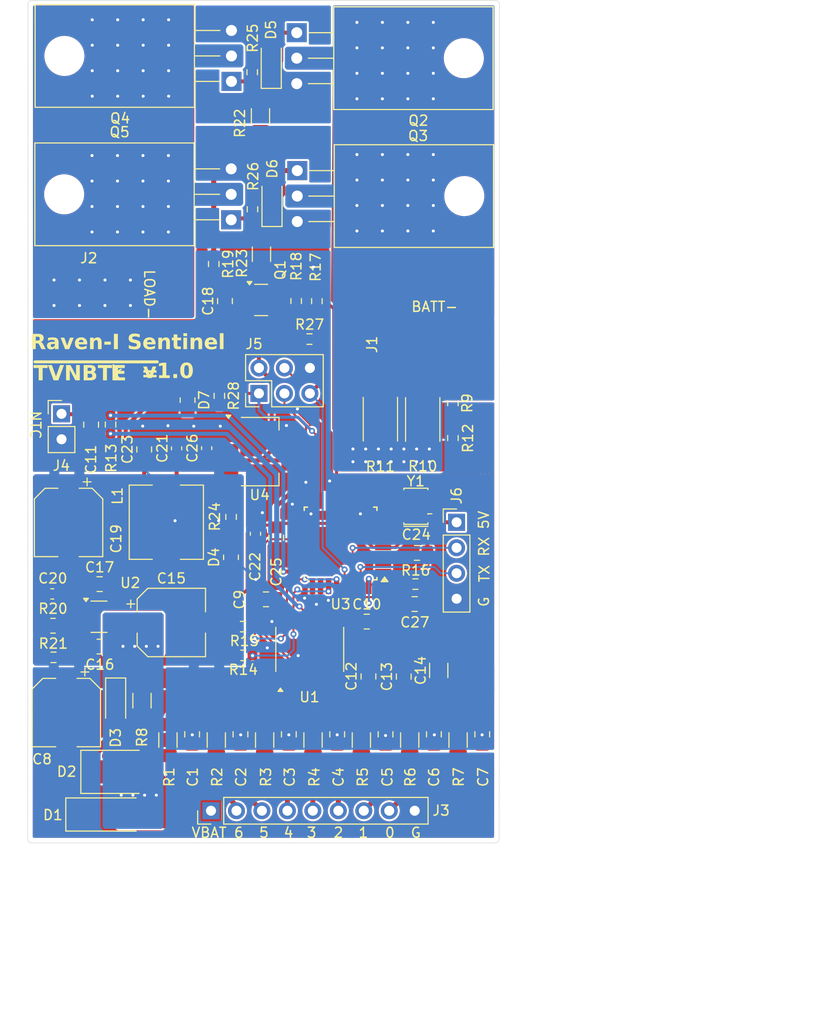
<source format=kicad_pcb>
(kicad_pcb (version 20240108) (generator "pcbnew") (generator_version "8.0")
  (title_block (title "Raven-I Sentinel") (date "2024-11-29") (rev "v1.0") (company "M S Ali"))
  (layers (0 "F.Cu" mixed) (31 "B.Cu" mixed) (34 "B.Paste" user) (35 "F.Paste" user) (36 "B.SilkS" user "B.Silkscreen") (37 "F.SilkS" user "F.Silkscreen") (38 "B.Mask" user) (39 "F.Mask" user) (44 "Edge.Cuts" user))
  (net 0 "")
  (net 1 "Net-(D3-K)")
  (net 2 "GND")
  (net 3 "Net-(U1-VC6)")
  (net 4 "Net-(U1-V3P3)")
  (net 5 "Net-(U1-VC5)")
  (net 6 "Net-(U1-VC4)")
  (net 7 "Net-(U1-VC3)")
  (net 8 "/24V 6 Cell Monitoring/VREF")
  (net 9 "/24V 6 Cell Monitoring/VCOUT")
  (net 10 "/24V 6 Cell Monitoring/VIOUT")
  (net 11 "/24V 6 Cell Monitoring/VTB")
  (net 12 "Net-(U1-VC2)")
  (net 13 "Net-(U1-VC1)")
  (net 14 "/24V 6 Cell Monitoring/A-")
  (net 15 "/24V 6 Cell Monitoring/A+")
  (net 16 "Net-(U1-VC0)")
  (net 17 "Net-(U2-CB)")
  (net 18 "Net-(U2-SW)")
  (net 19 "+BATT")
  (net 20 "+12V")
  (net 21 "+5V")
  (net 22 "/MCU/~{RESET}")
  (net 23 "Net-(D2-K)")
  (net 24 "Net-(D6-K)")
  (net 25 "Net-(D4-A)")
  (net 26 "Net-(D5-A)")
  (net 27 "Net-(D5-K)")
  (net 28 "Net-(D6-A)")
  (net 29 "Net-(D7-A)")
  (net 30 "/24V 6 Cell Monitoring/BAT-")
  (net 31 "Net-(J3-Pin_3)")
  (net 32 "Net-(J3-Pin_7)")
  (net 33 "Net-(J3-Pin_4)")
  (net 34 "Net-(J3-Pin_5)")
  (net 35 "Net-(J3-Pin_2)")
  (net 36 "Net-(J3-Pin_8)")
  (net 37 "Net-(J3-Pin_6)")
  (net 38 "/MCU/TXD")
  (net 39 "/MCU/RXD")
  (net 40 "/MCU/SCK")
  (net 41 "/MCU/MISO")
  (net 42 "/MCU/MOSI")
  (net 43 "/24V 6 Cell Monitoring/PACK-")
  (net 44 "Net-(Q1-C)")
  (net 45 "Net-(Q1-B)")
  (net 46 "/24V 6 Cell Monitoring/SDA")
  (net 47 "/24V 6 Cell Monitoring/SCL")
  (net 48 "/24V 6 Cell Monitoring/ALERT")
  (net 49 "Net-(U1-VTB)")
  (net 50 "/MCU/SW")
  (net 51 "Net-(U2-FB)")
  (net 53 "/MCU/XTAL2")
  (net 60 "/MCU/XTAL1")
  (net 64 "/Power Switch/PACK-")
  (footprint "BQ76925_ATMEGA328P_6S_20A_BMS:R_0603_1608Metric_Pad0.98x0.95mm_HandSolder" (layer "F.Cu") (at 48.97 57.2875 -90)
    (property "Reference" "R13")
    (property "Value" "10k")
  )
  (footprint "BQ76925_ATMEGA328P_6S_20A_BMS:R_1206_3216Metric_Pad1.30x1.75mm_HandSolder" (layer "F.Cu") (at 59.514809 88.747501 90)
    (property "Reference" "R2")
    (property "Value" "100R")
  )
  (footprint "BQ76925_ATMEGA328P_6S_20A_BMS:C_0805_2012Metric_Pad1.18x1.45mm_HandSolder" (layer "F.Cu") (at 57.103271 88.177501 -90)
    (property "Reference" "C1")
    (property "Value" "1uF/50V")
  )
  (footprint "BQ76925_ATMEGA328P_6S_20A_BMS:R_0603_1608Metric_Pad0.98x0.95mm_HandSolder" (layer "F.Cu") (at 79.37 73.1975)
    (property "Reference" "R16")
    (property "Value" "5k6")
  )
  (footprint "BQ76925_ATMEGA328P_6S_20A_BMS:R_1206_3216Metric_Pad1.30x1.75mm_HandSolder" (layer "F.Cu") (at 69.160961 88.747501 90)
    (property "Reference" "R4")
    (property "Value" "100R")
  )
  (footprint "BQ76925_ATMEGA328P_6S_20A_BMS:CP_Elec_6.3x5.7" (layer "F.Cu") (at 55.03 77.0275)
    (property "Reference" "C15")
    (property "Value" "22uF/35V")
  )
  (footprint "BQ76925_ATMEGA328P_6S_20A_BMS:R_2512_6332Metric" (layer "F.Cu") (at 75.88 56.7575 -90)
    (property "Reference" "R11")
    (property "Value" "0.002R")
  )
  (footprint "BQ76925_ATMEGA328P_6S_20A_BMS:R_1206_3216Metric_Pad1.30x1.75mm_HandSolder" (layer "F.Cu") (at 83.630189 88.747501 90)
    (property "Reference" "R7")
    (property "Value" "100R")
  )
  (footprint "BQ76925_ATMEGA328P_6S_20A_BMS:C_0603_1608Metric_Pad1.08x0.95mm_HandSolder" (layer "F.Cu") (at 43.155 74.1775)
    (property "Reference" "C20")
    (property "Value" "10uF/16V")
  )
  (footprint "BQ76925_ATMEGA328P_6S_20A_BMS:C_0805_2012Metric_Pad1.18x1.45mm_HandSolder" (layer "F.Cu") (at 76.395575 88.177501 -90)
    (property "Reference" "C5")
    (property "Value" "1uF/50V")
  )
  (footprint "BQ76925_ATMEGA328P_6S_20A_BMS:C_0805_2012Metric_Pad1.18x1.45mm_HandSolder" (layer "F.Cu") (at 71.572499 88.177501 -90)
    (property "Reference" "C4")
    (property "Value" "1uF/50V")
  )
  (footprint "BQ76925_ATMEGA328P_6S_20A_BMS:C_0805_2012Metric_Pad1.18x1.45mm_HandSolder" (layer "F.Cu") (at 66.749423 88.177501 -90)
    (property "Reference" "C3")
    (property "Value" "1uF/50V")
  )
  (footprint "BQ76925_ATMEGA328P_6S_20A_BMS:TO-220-3_Horizontal_TabDown" (layer "F.Cu") (at 61.025 23.0725 90)
    (property "Reference" "Q4")
    (property "Value" "IRFB4110")
  )
  (footprint "BQ76925_ATMEGA328P_6S_20A_BMS:CP_Elec_6.3x5.7" (layer "F.Cu") (at 44.78 67.0525 -90)
    (property "Reference" "C19")
    (property "Value" "22uF/35V")
  )
  (footprint "BQ76925_ATMEGA328P_6S_20A_BMS:R_0805_2012Metric_Pad1.20x1.40mm_HandSolder" (layer "F.Cu") (at 43.23 77.3525)
    (property "Reference" "R20")
    (property "Value" "240k")
  )
  (footprint "BQ76925_ATMEGA328P_6S_20A_BMS:SolderWirePad_1x01_SMD_5x10mm" (layer "F.Cu") (at 81.074998 49.3025 90)
    (property "Reference" "J1")
    (property "Value" "Conn_01x01")
  )
  (footprint "BQ76925_ATMEGA328P_6S_20A_BMS:PinHeader_2x03_P2.54mm_Vertical" (layer "F.Cu") (at 63.77 54.1875 90)
    (property "Reference" "J5")
    (property "Value" "Conn_02x03")
  )
  (footprint "BQ76925_ATMEGA328P_6S_20A_BMS:L_7.3x7.3_H3.5" (layer "F.Cu") (at 54.53 67.0275 90)
    (property "Reference" "L1")
    (property "Value" "100uH")
  )
  (footprint "BQ76925_ATMEGA328P_6S_20A_BMS:R_0603_1608Metric_Pad0.98x0.95mm_HandSolder" (layer "F.Cu") (at 83.115002 55.155 -90)
    (property "Reference" "R9")
    (property "Value" "1k")
  )
  (footprint "BQ76925_ATMEGA328P_6S_20A_BMS:R_1206_3216Metric_Pad1.30x1.75mm_HandSolder" (layer "F.Cu") (at 78.807113 88.747501 90)
    (property "Reference" "R6")
    (property "Value" "100R")
  )
  (footprint "BQ76925_ATMEGA328P_6S_20A_BMS:PinHeader_1x02_P2.54mm_Vertical" (layer "F.Cu") (at 44.08 56.2175)
    (property "Reference" "J4")
    (property "Value" "Conn_01x02")
  )
  (footprint "BQ76925_ATMEGA328P_6S_20A_BMS:R_1206_3216Metric_Pad1.30x1.75mm_HandSolder" (layer "F.Cu") (at 54.691733 88.747501 90)
    (property "Reference" "R1")
    (property "Value" "100R")
  )
  (footprint "BQ76925_ATMEGA328P_6S_20A_BMS:R_0805_2012Metric_Pad1.20x1.40mm_HandSolder" (layer "F.Cu") (at 56.65 54.8575 -90)
    (property "Reference" "D7")
    (property "Value" "LED")
  )
  (footprint "BQ76925_ATMEGA328P_6S_20A_BMS:D_SOD-123" (layer "F.Cu") (at 49.4775 84.9225 -90)
    (property "Reference" "D3")
    (property "Value" "30V")
  )
  (footprint "BQ76925_ATMEGA328P_6S_20A_BMS:R_0603_1608Metric_Pad0.98x0.95mm_HandSolder" (layer "F.Cu") (at 62.21 80.3075 180)
    (property "Reference" "R14")
    (property "Value" "5k6")
  )
  (footprint "BQ76925_ATMEGA328P_6S_20A_BMS:R_0603_1608Metric_Pad0.98x0.95mm_HandSolder" (layer "F.Cu") (at 67.48 44.9775 -90)
    (property "Reference" "R18")
    (property "Value" "470R")
  )
  (footprint "BQ76925_ATMEGA328P_6S_20A_BMS:C_0603_1608Metric_Pad1.08x0.95mm_HandSolder" (layer "F.Cu") (at 55.555 59.6625 90)
    (property "Reference" "C21")
    (property "Value" "10uF/16V")
  )
  (footprint "BQ76925_ATMEGA328P_6S_20A_BMS:C_0805_2012Metric_Pad1.18x1.45mm_HandSolder" (layer "F.Cu") (at 65.49 68.5775 -90)
    (property "Reference" "C25")
    (property "Value" "100nF/50V")
  )
  (footprint "BQ76925_ATMEGA328P_6S_20A_BMS:TO-220-3_Horizontal_TabDown" (layer "F.Cu") (at 67.59 31.9675 -90)
    (property "Reference" "Q3")
    (property "Value" "IRFB4110")
  )
  (footprint "BQ76925_ATMEGA328P_6S_20A_BMS:C_0805_2012Metric_Pad1.18x1.45mm_HandSolder" (layer "F.Cu") (at 81.218651 88.177501 -90)
    (property "Reference" "C6")
    (property "Value" "1uF/50V")
  )
  (footprint "BQ76925_ATMEGA328P_6S_20A_BMS:R_0603_1608Metric_Pad0.98x0.95mm_HandSolder" (layer "F.Cu") (at 63.12 35.82 90)
    (property "Reference" "R26")
    (property "Value" "10k")
  )
  (footprint "BQ76925_ATMEGA328P_6S_20A_BMS:R_0603_1608Metric_Pad0.98x0.95mm_HandSolder" (layer "F.Cu") (at 68.81 48.7675 180)
    (property "Reference" "R27")
    (property "Value" "10k")
  )
  (footprint "BQ76925_ATMEGA328P_6S_20A_BMS:D_SOD-123" (layer "F.Cu") (at 64.995 21.4075 90)
    (property "Reference" "D5")
    (property "Value" "15V")
  )
  (footprint "BQ76925_ATMEGA328P_6S_20A_BMS:SOT-23-6" (layer "F.Cu") (at 47.8175 76.452501)
    (property "Reference" "U2")
    (property "Value" "LMR50410")
  )
  (footprint "BQ76925_ATMEGA328P_6S_20A_BMS:C_0805_2012Metric_Pad1.18x1.45mm_HandSolder" (layer "F.Cu") (at 64.47 74.7175 180)
    (property "Reference" "C9")
    (property "Value" "4.7uF/25V")
  )
  (footprint "BQ76925_ATMEGA328P_6S_20A_BMS:Resonator_SMD_Murata_CSTxExxV-3Pin_3.0x1.1mm_HandSoldering" (layer "F.Cu") (at 79.42 65.4375 90)
    (property "Reference" "Y1")
    (property "Value" "16Mhz")
  )
  (footprint "BQ76925_ATMEGA328P_6S_20A_BMS:R_1206_3216Metric_Pad1.30x1.75mm_HandSolder" (layer "F.Cu") (at 73.984037 88.747501 90)
    (property "Reference" "R5")
    (property "Value" "100R")
  )
  (footprint "BQ76925_ATMEGA328P_6S_20A_BMS:D_SOD-123" (layer "F.Cu") (at 65.07 35.1825 90)
    (property "Reference" "D6")
    (property "Value" "15V")
  )
  (footprint "BQ76925_ATMEGA328P_6S_20A_BMS:TQFP-32_7x7mm_P0.8mm" (layer "F.Cu") (at 71.91 69.1475 180)
    (property "Reference" "U3")
    (property "Value" "ATmega328P-A")
  )
  (footprint "BQ76925_ATMEGA328P_6S_20A_BMS:C_0805_2012Metric_Pad1.18x1.45mm_HandSolder" (layer "F.Cu") (at 78.21 82.4175 90)
    (property "Reference" "C13")
    (property "Value" "100nF/50V")
  )
  (footprint "BQ76925_ATMEGA328P_6S_20A_BMS:TO-220-3_Horizontal_TabDown" (layer "F.Cu") (at 67.54 18.2175 -90)
    (property "Reference" "Q2")
    (property "Value" "IRFB4110")
  )
  (footprint "BQ76925_ATMEGA328P_6S_20A_BMS:PinHeader_1x09_P2.54mm_Vertical" (layer "F.Cu") (at 58.985961 95.797501 90)
    (property "Reference" "J3")
    (property "Value" "Conn_01x09")
  )
  (footprint "BQ76925_ATMEGA328P_6S_20A_BMS:D_SMA_Handsoldering" (layer "F.Cu") (at 49.015 96.1725)
    (property "Reference" "D1")
    (property "Value" "40V")
  )
  (footprint "BQ76925_ATMEGA328P_6S_20A_BMS:R_0603_1608Metric_Pad0.98x0.95mm_HandSolder" (layer "F.Cu") (at 43.28 80.5025 180)
    (property "Reference" "R21")
    (property "Value" "22k1")
  )
  (footprint "BQ76925_ATMEGA328P_6S_20A_BMS:R_0603_1608Metric_Pad0.98x0.95mm_HandSolder" (layer "F.Cu") (at 83.115002 58.634999 90)
    (property "Reference" "R12")
    (property "Value" "1k")
  )
  (footprint "BQ76925_ATMEGA328P_6S_20A_BMS:C_0603_1608Metric_Pad1.08x0.95mm_HandSolder" (layer "F.Cu") (at 58.555 59.6425 90)
    (property "Reference" "C26")
    (property "Value" "10uF/16V")
  )
  (footprint "BQ76925_ATMEGA328P_6S_20A_BMS:R_0603_1608Metric_Pad0.98x0.95mm_HandSolder" (layer "F.Cu") (at 62.17 77.4375 180)
    (property "Reference" "R15")
    (property "Value" "5k6")
  )
  (footprint "BQ76925_ATMEGA328P_6S_20A_BMS:C_0805_2012Metric_Pad1.18x1.45mm_HandSolder" (layer "F.Cu") (at 61.926347 88.177501 -90)
    (property "Reference" "C2")
    (property "Value" "1uF/50V")
  )
  (footprint "BQ76925_ATMEGA328P_6S_20A_BMS:CP_Elec_6.3x5.7" (layer "F.Cu") (at 44.56 86.0075 -90)
    (property "Reference" "C8")
    (property "Value" "22uF/35V")
  )
  (footprint "BQ76925_ATMEGA328P_6S_20A_BMS:R_0603_1608Metric_Pad0.98x0.95mm_HandSolder" (layer "F.Cu") (at 60.99 66.5025 -90)
    (property "Reference" "R24")
    (property "Value" "1k")
  )
  (footprint "BQ76925_ATMEGA328P_6S_20A_BMS:C_0805_2012Metric_Pad1.18x1.45mm_HandSolder" (layer "F.Cu") (at 60.38 44.9775 -90)
    (property "Reference" "C18")
    (property "Value" "100nF/50V")
  )
  (footprint "BQ76925_ATMEGA328P_6S_20A_BMS:TO-220-3_Horizontal_TabDown" (layer "F.Cu") (at 61 36.8725 90)
    (property "Reference" "Q5")
    (property "Value" "IRFB4110")
  )
  (footprint "BQ76925_ATMEGA328P_6S_20A_BMS:C_0805_2012Metric_Pad1.18x1.45mm_HandSolder" (layer "F.Cu") (at 86.041733 88.177501 -90)
    (property "Reference" "C7")
    (property "Value" "1uF/50V")
  )
  (footprint "BQ76925_ATMEGA328P_6S_20A_BMS:C_0805_2012Metric_Pad1.18x1.45mm_HandSolder" (layer "F.Cu") (at 47.88 79.4275)
    (property "Reference" "C16")
    (property "Value" "100nF/50V")
  )
  (footprint "BQ76925_ATMEGA328P_6S_20A_BMS:R_0603_1608Metric_Pad0.98x0.95mm_HandSolder" (layer "F.Cu") (at 63.095 22.1575 90)
    (property "Reference" "R25")
    (property "Value" "10k")
  )
  (footprint "BQ76925_ATMEGA328P_6S_20A_BMS:R_0603_1608Metric_Pad0.98x0.95mm_HandSolder" (layer "F.Cu") (at 59.26 41.2875 -90)
    (property "Reference" "R19")
    (property "Value" "1k")
  )
  (footprint "BQ76925_ATMEGA328P_6S_20A_BMS:PinHeader_1x04_P2.54mm_Vertical" (layer "F.Cu") (at 83.48 67.0375)
    (property "Reference" "J6")
    (property "Value" "Conn_01x04")
  )
  (footprint "BQ76925_ATMEGA328P_6S_20A_BMS:R_1206_3216Metric_Pad1.30x1.75mm_HandSolder" (layer "F.Cu") (at 52.1025 84.8225 90)
    (property "Reference" "R8")
    (property "Value" "100R")
  )
  (footprint "BQ76925_ATMEGA328P_6S_20A_BMS:C_0805_2012Metric_Pad1.18x1.45mm_HandSolder" (layer "F.Cu") (at 47.88 73.2025)
    (property "Reference" "C17")
    (property "Value" "100nF/50V")
  )
  (footprint "BQ76925_ATMEGA328P_6S_20A_BMS:R_1206_3216Metric_Pad1.30x1.75mm_HandSolder" (layer "F.Cu") (at 64.02 40.3075 -90)
    (property "Reference" "R23")
    (property "Value" "100R")
  )
  (footprint "BQ76925_ATMEGA328P_6S_20A_BMS:C_0805_2012Metric_Pad1.18x1.45mm_HandSolder" (layer "F.Cu") (at 74.69 82.4075 -90)
    (property "Reference" "C12")
    (property "Value" "1uF/50V")
  )
  (footprint "BQ76925_ATMEGA328P_6S_20A_BMS:SOT-223-3_TabPin2" (layer "F.Cu") (at 63.86 59.9875)
    (property "Reference" "U4")
    (property "Value" "AMS1117-5.0")
  )
  (footprint "BQ76925_ATMEGA328P_6S_20A_BMS:TSSOP-20_4.4x6.5mm_P0.65mm" (layer "F.Cu") (at 68.835961 79.710001 90)
    (property "Reference" "U1")
    (property "Value" "BQ76925PW")
  )
  (footprint "BQ76925_ATMEGA328P_6S_20A_BMS:R_1206_3216Metric_Pad1.30x1.75mm_HandSolder" (layer "F.Cu") (at 63.92 26.5175 -90)
    (property "Reference" "R22")
    (property "Value" "100R")
  )
  (footprint "BQ76925_ATMEGA328P_6S_20A_BMS:R_2512_6332Metric" (layer "F.Cu") (at 80.105002 56.7825 -90)
    (property "Reference" "R10")
    (property "Value" "0.002R")
  )
  (footprint "BQ76925_ATMEGA328P_6S_20A_BMS:C_0805_2012Metric_Pad1.18x1.45mm_HandSolder" (layer "F.Cu") (at 47.03 57.2975 90)
    (property "Reference" "C11")
    (property "Value" "100nF/50V")
  )
  (footprint "BQ76925_ATMEGA328P_6S_20A_BMS:D_SMB" (layer "F.Cu") (at 49.665 91.9225)
    (property "Reference" "D2")
    (property "Value" "SS24")
  )
  (footprint "BQ76925_ATMEGA328P_6S_20A_BMS:R_0603_1608Metric_Pad0.98x0.95mm_HandSolder" (layer "F.Cu") (at 59.82 54.4275 -90)
    (property "Reference" "R28")
    (property "Value" "1k")
  )
  (footprint "BQ76925_ATMEGA328P_6S_20A_BMS:R_0603_1608Metric_Pad0.98x0.95mm_HandSolder" (layer "F.Cu") (at 69.545001 44.987501 -90)
    (property "Reference" "R17")
    (property "Value" "1k")
  )
  (footprint "BQ76925_ATMEGA328P_6S_20A_BMS:C_0805_2012Metric_Pad1.18x1.45mm_HandSolder" (layer "F.Cu") (at 79.3 75.1875)
    (property "Reference" "C27")
    (property "Value" "100nF/50V")
  )
  (footprint "BQ76925_ATMEGA328P_6S_20A_BMS:C_0805_2012Metric_Pad1.18x1.45mm_HandSolder" (layer "F.Cu") (at 79.5325 70.0875 180)
    (property "Reference" "C24")
    (property "Value" "100nF/50V")
  )
  (footprint "BQ76925_ATMEGA328P_6S_20A_BMS:C_0805_2012Metric_Pad1.18x1.45mm_HandSolder" (layer "F.Cu") (at 52.325 59.7725 90)
    (property "Reference" "C23")
    (property "Value" "100nF/50V")
  )
  (footprint "BQ76925_ATMEGA328P_6S_20A_BMS:R_0805_2012Metric_Pad1.20x1.40mm_HandSolder" (layer "F.Cu") (at 60.98 70.5275 90)
    (property "Reference" "D4")
    (property "Value" "LED")
  )
  (footprint "BQ76925_ATMEGA328P_6S_20A_BMS:SolderWirePad_1x01_SMD_5x10mm" (layer "F.Cu") (at 46.745 44.0825 90)
    (property "Reference" "J2")
    (property "Value" "Conn_01x01")
  )
  (footprint "BQ76925_ATMEGA328P_6S_20A_BMS:R_1206_3216Metric_Pad1.30x1.75mm_HandSolder" (layer "F.Cu") (at 64.337885 88.747501 90)
    (property "Reference" "R3")
    (property "Value" "100R")
  )
  (footprint "BQ76925_ATMEGA328P_6S_20A_BMS:C_0805_2012Metric_Pad1.18x1.45mm_HandSolder" (layer "F.Cu") (at 74.52 76.9375)
    (property "Reference" "C10")
    (property "Value" "100nF/50V")
  )
  (footprint "BQ76925_ATMEGA328P_6S_20A_BMS:C_1206_3216Metric_Pad1.33x1.80mm_HandSolder" (layer "F.Cu") (at 81.7 81.8075 90)
    (property "Reference" "C14")
    (property "Value" "470pF")
  )
  (footprint "BQ76925_ATMEGA328P_6S_20A_BMS:SOT-23" (layer "F.Cu") (at 63.99 44.8675)
    (property "Reference" "Q1")
    (property "Value" "BC817")
  )
  (footprint "BQ76925_ATMEGA328P_6S_20A_BMS:C_0603_1608Metric_Pad1.08x0.95mm_HandSolder" (layer "F.Cu") (at 63.42 68.1775 -90)
    (property "Reference" "C22")
    (property "Value" "10uF/16V")
  )
  (gr_line (start 87.72 98.6575) (end 87.748794 15.347655) (stroke (width 0.05)) (layer "Edge.Cuts"))
  (gr_line (start 87.407034 15.005895) (end 41.081661 15.005895) (stroke (width 0.05)) (layer "Edge.Cuts"))
  (gr_arc (start 40.739901 15.349161) (mid 40.840012 15.107512) (end 41.081661 15.007401) (stroke (width 0.05)) (layer "Edge.Cuts"))
  (gr_line (start 40.739901 15.349161) (end 40.709901 98.655839) (stroke (width 0.05)) (layer "Edge.Cuts"))
  (gr_arc (start 41.051661 98.997599) (mid 40.810012 98.897488) (end 40.709901 98.655839) (stroke (width 0.05)) (layer "Edge.Cuts"))
  (gr_line (start 41.051661 98.997599) (end 87.37824 98.997599) (stroke (width 0.05)) (layer "Edge.Cuts"))
  (gr_arc (start 87.407034 15.005895) (mid 87.648689 15.106003) (end 87.748794 15.347655) (stroke (width 0.05)) (layer "Edge.Cuts"))
  (gr_arc (start 87.72 98.6575) (mid 87.619903 98.899175) (end 87.37824 98.99926) (stroke (width 0.05)) (layer "Edge.Cuts"))
  (gr_text "TX" (at 86.84 73.1075 90) (layer "F.SilkS") (effects (font (size 1 1)) (justify left bottom)))
  (gr_text "5V" (at 86.78 67.8075 90) (layer "F.SilkS") (effects (font (size 1 1)) (justify left bottom)))
  (gr_text "5" (at 63.69 98.5675 0) (layer "F.SilkS") (effects (font (size 1 1)) (justify left bottom)))
  (gr_text "4" (at 66.14 98.5675 0) (layer "F.SilkS") (effects (font (size 1 1)) (justify left bottom)))
  (gr_text "~{TVNBTE  =}" (at 41.28 53.1375 0) (layer "F.SilkS") (effects (font (size 1.5 1.5) (thickness 0.3) (bold yes)) (justify left bottom)))
  (gr_text "VBAT" (at 56.96 98.5675 0) (layer "F.SilkS") (effects (font (size 1 1)) (justify left bottom)))
  (gr_text "3" (at 68.45 98.5675 0) (layer "F.SilkS") (effects (font (size 1 1)) (justify left bottom)))
  (gr_text "k" (at 48.97 53.1375 0) (layer "F.SilkS") (effects (font (size 1.5 1.5) (thickness 0.1875)) (justify left bottom)))
  (gr_text "BATT-" (at 78.88 46.1275 0) (layer "F.SilkS") (effects (font (size 1 1)) (justify left bottom)))
  (gr_text "RX" (at 86.81 70.5375 90) (layer "F.SilkS") (effects (font (size 1 1)) (justify left bottom)))
  (gr_text "6" (at 61.19 98.5675 0) (layer "F.SilkS") (effects (font (size 1 1)) (justify left bottom)))
  (gr_text "Raven-I Sentinel" (at 40.92 50.027499 0) (layer "F.SilkS") (effects (font (size 1.5 1.5) (thickness 0.3) (bold yes)) (justify left bottom)))
  (gr_text "v1.0" (at 52.19 52.9075 0) (layer "F.SilkS") (effects (font (size 1.5 1.5) (thickness 0.3) (bold yes)) (justify left bottom)))
  (gr_text "0" (at 76.25 98.5675 0) (layer "F.SilkS") (effects (font (size 1 1)) (justify left bottom)))
  (gr_text "LOAD-" (at 52.25 41.7475 270) (layer "F.SilkS") (effects (font (size 1 1)) (justify left bottom)))
  (gr_text "NTC" (at 40.89 55.8275 270) (layer "F.SilkS") (effects (font (size 1 1)) (justify left bottom)))
  (gr_text "1" (at 73.61 98.5675 0) (layer "F.SilkS") (effects (font (size 1 1)) (justify left bottom)))
  (gr_text "2" (at 71.12 98.5675 0) (layer "F.SilkS") (effects (font (size 1 1)) (justify left bottom)))
  (gr_text "G" (at 78.82 98.5675 0) (layer "F.SilkS") (effects (font (size 1 1)) (justify left bottom)))
  (gr_text "G" (at 86.79 75.5575 90) (layer "F.SilkS") (effects (font (size 1 1)) (justify left bottom)))
  (segment (start 44.4025 83.3975) (end 44.4025 84.3225) (width 0.4) (layer "F.Cu") (net 1))
  (segment (start 71.572499 88.227501) (end 71.572499 89.215001) (width 0.4) (layer "F.Cu") (net 2))
  (segment (start 60.38 46.015) (end 60.38 47.4075) (width 0.4) (layer "F.Cu") (net 2))
  (segment (start 61.926347 88.249544) (end 61.926347 89.215001) (width 0.4) (layer "F.Cu") (net 2))
  (segment (start 86.041733 88.243112) (end 86.041733 89.215001) (width 0.4) (layer "F.Cu") (net 2))
  (segment (start 57.103271 88.244903) (end 57.103271 89.215001) (width 0.4) (layer "F.Cu") (net 2))
  (segment (start 63.0525 45.8175) (end 60.5775 45.8175) (width 0.3) (layer "F.Cu") (net 2))
  (segment (start 60.38 47.4075) (end 60.36 47.4275) (width 0.4) (layer "F.Cu") (net 2))
  (segment (start 81.263223 88.227501) (end 81.218651 88.272073) (width 0.4) (layer "F.Cu") (net 2))
  (segment (start 76.395575 88.296926) (end 76.395575 89.215001) (width 0.4) (layer "F.Cu") (net 2))
  (segment (start 57.120673 88.227501) (end 57.103271 88.244903) (width 0.4) (layer "F.Cu") (net 2))
  (segment (start 66.749423 88.227501) (end 66.749423 89.215001) (width 0.4) (layer "F.Cu") (net 2))
  (segment (start 81.218651 88.272073) (end 81.218651 89.215001) (width 0.4) (layer "F.Cu") (net 2))
  (segment (start 86.026122 88.227501) (end 86.041733 88.243112) (width 0.4) (layer "F.Cu") (net 2))
  (segment (start 60.5775 45.8175) (end 60.38 46.015) (width 0.2) (layer "F.Cu") (net 2))
  (segment (start 61.94839 88.227501) (end 61.926347 88.249544) (width 0.4) (layer "F.Cu") (net 2))
  (via (at 70.69 74.8175) (size 0.6) (drill 0.3) (layers "F.Cu" "B.Cu") (net 2))
  (via (at 67.68 80.3275) (size 0.6) (drill 0.3) (layers "F.Cu" "B.Cu") (net 2))
  (via (at 64.6 79.5575) (size 0.6) (drill 0.3) (layers "F.Cu" "B.Cu") (net 2))
  (via (at 54.695023 57.406345) (size 0.6) (drill 0.3) (layers "F.Cu" "B.Cu") (net 2))
  (via (at 66.749423 88.227501) (size 0.6) (drill 0.3) (layers "F.Cu" "B.Cu") (net 2))
  (via (at 86.026122 88.227501) (size 0.6) (drill 0.3) (layers "F.Cu" "B.Cu") (net 2))
  (via (at 67.61 55.7375) (size 0.6) (drill 0.3) (layers "F.Cu" "B.Cu") (net 2))
  (via (at 59.75 66.8775) (size 0.6) (drill 0.3) (layers "F.Cu" "B.Cu") (net 2))
  (via (at 68.960002 66.197502) (size 0.6) (drill 0.3) (layers "F.Cu" "B.Cu") (net 2))
  (via (at 55.4 66.8775) (size 0.6) (drill 0.3) (layers "F.Cu" "B.Cu") (net 2))
  (via (at 59.909499 57.455307) (size 0.6) (drill 0.3) (layers "F.Cu" "B.Cu") (net 2))
  (via (at 68.32 74.5975) (size 0.6) (drill 0.3) (layers "F.Cu" "B.Cu") (net 2))
  (via (at 81.263223 88.227501) (size 0.6) (drill 0.3) (layers "F.Cu" "B.Cu") (net 2))
  (via (at 67.1 65.2275) (size 0.6) (drill 0.3) (layers "F.Cu" "B.Cu") (net 2))
  (via (at 63.46 72.7375) (size 0.6) (drill 0.3) (layers "F.Cu" "B.Cu") (net 2))
  (via (at 61.94839 88.227501) (size 0.6) (drill 0.3) (layers "F.Cu" "B.Cu") (net 2))
  (via (at 57.26554 57.455307) (size 0.6) (drill 0.3) (layers "F.Cu" "B.Cu") (net 2))
  (via (at 52.173469 57.443066) (size 0.6) (drill 0.3) (layers "F.Cu" "B.Cu") (net 2))
  (via (at 71.572499 88.227501) (size 0.6) (drill 0.3) (layers "F.Cu" "B.Cu") (net 2))
  (via (at 73.89 66.197502) (size 0.6) (drill 0.3) (layers "F.Cu" "B.Cu") (net 2))
  (via (at 69.2 41.5875) (size 0.6) (drill 0.3) (layers "F.Cu" "B.Cu") (net 2))
  (via (at 76.395575 88.296926) (size 0.6) (drill 0.3) (layers "F.Cu" "B.Cu") (net 2))
  (via (at 68.45 63.0475) (size 0.6) (drill 0.3) (layers "F.Cu" "B.Cu") (net 2))
  (via (at 65.06 76.9275) (size 0.6) (drill 0.3) (layers "F.Cu" "B.Cu") (net 2))
  (via (at 66.51 57.3875) (size 0.6) (drill 0.3) (layers "F.Cu" "B.Cu") (net 2))
  (via (at 57.120673 88.227501) (size 0.6) (drill 0.3) (layers "F.Cu" "B.Cu") (net 2))
  (via (at 69.5 75.2175) (size 0.6) (drill 0.3) (layers "F.Cu" "B.Cu") (net 2))
  (via (at 64.10915 66.0775) (size 0.6) (drill 0.3) (layers "F.Cu" "B.Cu") (net 2))
  (via (at 70.82 62.9175) (size 0.6) (drill 0.3) (layers "F.Cu" "B.Cu") (net 2))
  (segment (start 57.27 81.3175) (end 57.27 82.5875) (width 1) (layer "B.Cu") (net 2))
  (segment (start 59.8 62.0275) (end 59.8 63.2975) (width 1) (layer "B.Cu") (net 2))
  (segment (start 43.36 61.0625) (end 43.36 62.3325) (width 1) (layer "B.Cu") (net 2))
  (segment (start 59.81 81.3175) (end 59.81 82.5875) (width 1) (layer "B.Cu") (net 2))
  (segment (start 57.27 80.0475) (end 57.27 81.3175) (width 1) (layer "B.Cu") (net 2))
  (segment (start 63.43 72.7775) (end 63.46 72.8075) (width 0.2) (layer "B.Cu") (net 2))
  (segment (start 59.8 60.7575) (end 59.8 62.0275) (width 1) (layer "B.Cu") (net 2))
  (segment (start 63.39 72.7375) (end 62 71.3475) (width 0.2) (layer "B.Cu") (net 2))
  (segment (start 45.84 80.0475) (end 45.84 81.3175) (width 1) (layer "B.Cu") (net 2))
  (segment (start 43.3 81.3175) (end 43.3 82.5875) (width 1) (layer "B.Cu") (net 2))
  (segment (start 45.86 61.1125) (end 45.86 62.3825) (width 1) (layer "B.Cu") (net 2))
  (segment (start 59.81 80.0475) (end 59.81 81.3175) (width 1) (layer "B.Cu") (net 2))
  (segment (start 52.01 61.4475) (end 53.28 62.7175) (width 0.2) (layer "B.Cu") (net 2))
  (segment (start 63.46 72.8075) (end 63.46 72.7375) (width 0.2) (layer "B.Cu") (net 2))
  (segment (start 43.36 62.3325) (end 43.36 63.6025) (width 1) (layer "B.Cu") (net 2))
  (segment (start 43.3 80.0475) (end 43.3 81.3175) (width 1) (layer "B.Cu") (net 2))
  (segment (start 63.46 72.7375) (end 63.39 72.7375) (width 0.2) (layer "B.Cu") (net 2))
  (segment (start 45.84 81.3175) (end 45.84 82.5875) (width 1) (layer "B.Cu") (net 2))
  (segment (start 45.86 62.3825) (end 45.86 63.6525) (width 1) (layer "B.Cu") (net 2))
  (segment (start 54.691733 86.266729) (end 54.691733 87.1975) (width 0.3) (layer "F.Cu") (net 3))
  (segment (start 54.691733 87.1975) (end 57.045772 87.1975) (width 0.5) (layer "F.Cu") (net 3))
  (segment (start 67.218067 84.290395) (end 67.218067 84.376183) (width 0.3) (layer "F.Cu") (net 3))
  (segment (start 67.210961 82.572501) (end 67.210961 84.283289) (width 0.3) (layer "F.Cu") (net 3))
  (segment (start 67.218067 84.376183) (end 66.946749 84.647501) (width 0.3) (layer "F.Cu") (net 3))
  (segment (start 57.045772 87.1975) (end 57.103271 87.140001) (width 0.5) (layer "F.Cu") (net 3))
  (segment (start 66.946749 84.647501) (end 56.310961 84.647501) (width 0.3) (layer "F.Cu") (net 3))
  (segment (start 67.210961 84.283289) (end 67.218067 84.290395) (width 0.3) (layer "F.Cu") (net 3))
  (segment (start 56.310961 84.647501) (end 54.691733 86.266729) (width 0.3) (layer "F.Cu") (net 3))
  (segment (start 65.85 76.78654) (end 65.910961 76.847501) (width 0.2) (layer "F.Cu") (net 4))
  (segment (start 65.85 75.06) (end 65.85 76.78654) (width 0.2) (layer "F.Cu") (net 4))
  (segment (start 65.5075 74.7175) (end 65.85 75.06) (width 0.2) (layer "F.Cu") (net 4))
  (segment (start 61.868848 87.1975) (end 61.926347 87.140001) (width 0.5) (layer "F.Cu") (net 5))
  (segment (start 67.860961 82.572501) (end 67.860961 84.440395) (width 0.3) (layer "F.Cu") (net 5))
  (segment (start 67.860961 84.440395) (end 67.153855 85.147501) (width 0.3) (layer "F.Cu") (net 5))
  (segment (start 59.514809 85.993653) (end 59.514809 87.1975) (width 0.3) (layer "F.Cu") (net 5))
  (segment (start 67.153855 85.147501) (end 60.360961 85.147501) (width 0.3) (layer "F.Cu") (net 5))
  (segment (start 59.514809 87.1975) (end 61.868848 87.1975) (width 0.5) (layer "F.Cu") (net 5))
  (segment (start 60.360961 85.147501) (end 59.514809 85.993653) (width 0.3) (layer "F.Cu") (net 5))
  (segment (start 68.510961 82.572501) (end 68.510961 84.497501) (width 0.3) (layer "F.Cu") (net 6))
  (segment (start 65.660961 87.1975) (end 66.691924 87.1975) (width 0.5) (layer "F.Cu") (net 6))
  (segment (start 66.691924 87.1975) (end 66.749423 87.140001) (width 0.5) (layer "F.Cu") (net 6))
  (segment (start 68.510961 84.497501) (end 67.360961 85.647501) (width 0.3) (layer "F.Cu") (net 6))
  (segment (start 64.337885 87.1975) (end 65.660961 87.1975) (width 0.5) (layer "F.Cu") (net 6))
  (segment (start 64.337885 86.270577) (end 64.337885 87.1975) (width 0.3) (layer "F.Cu") (net 6))
  (segment (start 64.960961 85.647501) (end 64.337885 86.270577) (width 0.3) (layer "F.Cu") (net 6))
  (segment (start 67.360961 85.647501) (end 64.960961 85.647501) (width 0.3) (layer "F.Cu") (net 6))
  (segment (start 69.160961 82.572501) (end 69.160961 87.1975) (width 0.3) (layer "F.Cu") (net 7))
  (segment (start 71.515 87.1975) (end 71.572499 87.140001) (width 0.5) (layer "F.Cu") (net 7))
  (segment (start 69.160961 87.1975) (end 71.515 87.1975) (width 0.5) (layer "F.Cu") (net 7))
  (segment (start 74.69 81.37) (end 74.27 80.95) (width 0.2) (layer "F.Cu") (net 8))
  (segment (start 64.32 69.187756) (end 64.32 78.2175) (width 0.2) (layer "F.Cu") (net 8))
  (segment (start 67.860961 79.368461) (end 67.860961 76.847501) (width 0.2) (layer "F.Cu") (net 8))
  (segment (start 69.64 80.95) (end 69.4425 80.95) (width 0.2) (layer "F.Cu") (net 8))
  (segment (start 67.64 68.7275) (end 64.780256 68.7275) (width 0.2) (layer "F.Cu") (net 8))
  (segment (start 74.27 80.95) (end 69.64 80.95) (width 0.2) (layer "F.Cu") (net 8))
  (segment (start 64.780256 68.7275) (end 64.32 69.187756) (width 0.2) (layer "F.Cu") (net 8))
  (segment (start 69.4425 80.95) (end 67.860961 79.368461) (width 0.2) (layer "F.Cu") (net 8))
  (segment (start 67.66 68.7475) (end 67.64 68.7275) (width 0.2) (layer "F.Cu") (net 8))
  (segment (start 67.0525 80.95) (end 69.64 80.95) (width 0.2) (layer "F.Cu") (net 8))
  (segment (start 64.32 78.2175) (end 67.0525 80.95) (width 0.2) (layer "F.Cu") (net 8))
  (segment (start 69.1 74.768971) (end 68.9 74.968971) (width 0.2) (layer "F.Cu") (net 9))
  (segment (start 69.160961 78.968461) (end 70.05 79.8575) (width 0.2) (layer "F.Cu") (net 9))
  (segment (start 68.9 74.968971) (end 68.9 75.466029) (width 0.2) (layer "F.Cu") (net 9))
  (segment (start 76.6875 79.8575) (end 78.21 81.38) (width 0.2) (layer "F.Cu") (net 9))
  (segment (start 69.1 73.4075) (end 69.1 74.768971) (width 0.2) (layer "F.Cu") (net 9))
  (segment (start 70.05 79.8575) (end 76.6875 79.8575) (width 0.2) (layer "F.Cu") (net 9))
  (segment (start 69.160961 76.847501) (end 69.160961 78.968461) (width 0.2) (layer "F.Cu") (net 9))
  (segment (start 69.160961 75.72699) (end 69.160961 76.847501) (width 0.2) (layer "F.Cu") (net 9))
  (segment (start 68.9 75.466029) (end 69.160961 75.72699) (width 0.2) (layer "F.Cu") (net 9))
  (segment (start 69.11 73.3975) (end 69.1 73.4075) (width 0.2) (layer "F.Cu") (net 9))
  (segment (start 69.810961 75.755068) (end 69.810961 76.847501) (width 0.2) (layer "F.Cu") (net 10))
  (segment (start 70.1 75.466029) (end 69.810961 75.755068) (width 0.2) (layer "F.Cu") (net 10))
  (segment (start 71.05 78.9075) (end 80.3625 78.9075) (width 0.2) (layer "F.Cu") (net 10))
  (segment (start 80.3625 78.9075) (end 81.7 80.245) (width 0.2) (layer "F.Cu") (net 10))
  (segment (start 69.810961 76.847501) (end 69.810961 77.668461) (width 0.2) (layer "F.Cu") (net 10))
  (segment (start 69.810961 77.668461) (end 71.05 78.9075) (width 0.2) (layer "F.Cu") (net 10))
  (segment (start 69.91 74.778971) (end 70.1 74.968971) (width 0.2) (layer "F.Cu") (net 10))
  (segment (start 70.1 74.968971) (end 70.1 75.466029) (width 0.2) (layer "F.Cu") (net 10))
  (segment (start 69.91 73.3975) (end 69.91 74.778971) (width 0.2) (layer "F.Cu") (net 10))
  (segment (start 47.03 56.26) (end 44.1225 56.26) (width 0.4) (layer "F.Cu") (net 11))
  (segment (start 66.21 71.9675) (end 66.23 71.9475) (width 0.4) (layer "F.Cu") (net 11))
  (segment (start 48.855 56.26) (end 48.97 56.375) (width 0.4) (layer "F.Cu") (net 11))
  (segment (start 47.03 56.26) (end 48.855 56.26) (width 0.4) (layer "F.Cu") (net 11))
  (segment (start 66.23 71.9475) (end 67.66 71.9475) (width 0.4) (layer "F.Cu") (net 11))
  (segment (start 44.1225 56.26) (end 44.08 56.2175) (width 0.4) (layer "F.Cu") (net 11))
  (via (at 66.21 71.9675) (size 0.6) (drill 0.3) (layers "F.Cu" "B.Cu") (net 11))
  (via (at 48.97 56.375) (size 0.6) (drill 0.3) (layers "F.Cu" "B.Cu") (net 11))
  (segment (start 66.2 71.9575) (end 66.21 71.9675) (width 0.4) (layer "B.Cu") (net 11))
  (segment (start 60.66 56.3975) (end 66.2 61.9375) (width 0.4) (layer "B.Cu") (net 11))
  (segment (start 48.97 56.375) (end 48.9925 56.3975) (width 0.4) (layer "B.Cu") (net 11))
  (segment (start 66.2 61.9375) (end 66.2 71.9575) (width 0.4) (layer "B.Cu") (net 11))
  (segment (start 48.9925 56.3975) (end 60.66 56.3975) (width 0.4) (layer "B.Cu") (net 11))
  (segment (start 70.960961 85.722501) (end 73.360961 85.722501) (width 0.3) (layer "F.Cu") (net 12))
  (segment (start 73.984037 86.345577) (end 73.984037 87.1975) (width 0.3) (layer "F.Cu") (net 12))
  (segment (start 69.810961 82.572501) (end 69.810961 84.572501) (width 0.3) (layer "F.Cu") (net 12))
  (segment (start 69.810961 84.572501) (end 70.960961 85.722501) (width 0.3) (layer "F.Cu") (net 12))
  (segment (start 73.360961 85.722501) (end 73.984037 86.345577) (width 0.3) (layer "F.Cu") (net 12))
  (segment (start 76.338076 87.1975) (end 76.395575 87.140001) (width 0.5) (layer "F.Cu") (net 12))
  (segment (start 73.984037 87.1975) (end 76.338076 87.1975) (width 0.5) (layer "F.Cu") (net 12))
  (segment (start 70.460961 82.572501) (end 70.460961 84.515395) (width 0.3) (layer "F.Cu") (net 13))
  (segment (start 70.460961 84.515395) (end 71.168067 85.222501) (width 0.3) (layer "F.Cu") (net 13))
  (segment (start 77.985961 85.222501) (end 78.807113 86.043653) (width 0.3) (layer "F.Cu") (net 13))
  (segment (start 78.807113 87.1975) (end 81.161152 87.1975) (width 0.5) (layer "F.Cu") (net 13))
  (segment (start 71.168067 85.222501) (end 77.985961 85.222501) (width 0.3) (layer "F.Cu") (net 13))
  (segment (start 81.161152 87.1975) (end 81.218651 87.140001) (width 0.5) (layer "F.Cu") (net 13))
  (segment (start 78.807113 86.043653) (end 78.807113 87.1975) (width 0.3) (layer "F.Cu") (net 13))
  (segment (start 71.410962 75.810001) (end 72.029417 75.810001) (width 0.2) (layer "F.Cu") (net 14))
  (segment (start 72.029417 75.810001) (end 72.43 76.210584) (width 0.2) (layer "F.Cu") (net 14))
  (segment (start 83.3025 56.855) (end 83.115002 57.042498) (width 0.2) (layer "F.Cu") (net 14))
  (segment (start 72.43 76.2175) (end 72.605256 76.2175) (width 0.2) (layer "F.Cu") (net 14))
  (segment (start 74.37 76.227756) (end 74.37 76.7475) (width 0.2) (layer "F.Cu") (net 14))
  (segment (start 86.13 75.7675) (end 86.13 59.0975) (width 0.2) (layer "F.Cu") (net 14))
  (segment (start 83.115002 57.042498) (end 83.115002 57.722499) (width 0.2) (layer "F.Cu") (net 14))
  (segment (start 84.96 76.9375) (end 86.13 75.7675) (width 0.2) (layer "F.Cu") (net 14))
  (segment (start 72.43 76.210584) (end 72.43 76.2175) (width 0.2) (layer "F.Cu") (net 14))
  (segment (start 74.56 76.9375) (end 75.5575 76.9375) (width 0.2) (layer "F.Cu") (net 14))
  (segment (start 86.13 59.0975) (end 83.8875 56.855) (width 0.2) (layer "F.Cu") (net 14))
  (segment (start 74.37 76.7475) (end 74.56 76.9375) (width 0.2) (layer "F.Cu") (net 14))
  (segment (start 74.054744 75.9125) (end 74.37 76.227756) (width 0.2) (layer "F.Cu") (net 14))
  (segment (start 72.605256 76.2175) (end 72.910256 75.9125) (width 0.2) (layer "F.Cu") (net 14))
  (segment (start 71.110961 76.847501) (end 71.110961 76.110002) (width 0.2) (layer "F.Cu") (net 14))
  (segment (start 72.910256 75.9125) (end 74.054744 75.9125) (width 0.2) (layer "F.Cu") (net 14))
  (segment (start 83.8875 56.855) (end 83.3025 56.855) (width 0.2) (layer "F.Cu") (net 14))
  (segment (start 75.5575 76.9375) (end 84.96 76.9375) (width 0.2) (layer "F.Cu") (net 14))
  (segment (start 71.110961 76.110002) (end 71.410962 75.810001) (width 0.2) (layer "F.Cu") (net 14))
  (segment (start 73.1625 76.6175) (end 71.990962 76.6175) (width 0.2) (layer "F.Cu") (net 15))
  (segment (start 73.9325 77.3875) (end 74.410256 77.3875) (width 0.2) (layer "F.Cu") (net 15))
  (segment (start 85.125686 77.3375) (end 86.53 75.933185) (width 0.2) (layer "F.Cu") (net 15))
  (segment (start 74.985256 77.9625) (end 76.129744 77.9625) (width 0.2) (layer "F.Cu") (net 15))
  (segment (start 74.410256 77.3875) (end 74.985256 77.9625) (width 0.2) (layer "F.Cu") (net 15))
  (segment (start 83.665686 56.0675) (end 83.115002 56.0675) (width 0.2) (layer "F.Cu") (net 15))
  (segment (start 76.129744 77.9625) (end 76.754744 77.3375) (width 0.2) (layer "F.Cu") (net 15))
  (segment (start 76.754744 77.3375) (end 85.125686 77.3375) (width 0.2) (layer "F.Cu") (net 15))
  (segment (start 71.990962 76.6175) (end 71.760961 76.847501) (width 0.2) (layer "F.Cu") (net 15))
  (segment (start 73.4825 76.9375) (end 73.9325 77.3875) (width 0.2) (layer "F.Cu") (net 15))
  (segment (start 86.53 58.931814) (end 83.665686 56.0675) (width 0.2) (layer "F.Cu") (net 15))
  (segment (start 86.53 75.933185) (end 86.53 58.931814) (width 0.2) (layer "F.Cu") (net 15))
  (segment (start 73.4825 76.9375) (end 73.1625 76.6175) (width 0.2) (layer "F.Cu") (net 15))
  (segment (start 83.630189 86.241729) (end 83.630189 87.1975) (width 0.3) (layer "F.Cu") (net 16))
  (segment (start 71.343067 84.690395) (end 82.078855 84.690395) (width 0.3) (layer "F.Cu") (net 16))
  (segment (start 83.630189 87.1975) (end 85.984234 87.1975) (width 0.5) (layer "F.Cu") (net 16))
  (segment (start 82.078855 84.690395) (end 83.630189 86.241729) (width 0.3) (layer "F.Cu") (net 16))
  (segment (start 85.984234 87.1975) (end 86.041733 87.140001) (width 0.5) (layer "F.Cu") (net 16))
  (segment (start 71.110961 84.458289) (end 71.343067 84.690395) (width 0.3) (layer "F.Cu") (net 16))
  (segment (start 71.110961 82.572501) (end 71.110961 84.458289) (width 0.3) (layer "F.Cu") (net 16))
  (segment (start 46.8425 74.39) (end 46.8425 73.2025) (width 0.4) (layer "F.Cu") (net 17))
  (segment (start 46.68 74.5525) (end 46.8425 74.39) (width 0.4) (layer "F.Cu") (net 17))
  (segment (start 46.68 75.502502) (end 46.68 74.5525) (width 0.4) (layer "F.Cu") (net 17))
  (via (at 50.031668 94.2475) (size 0.6) (drill 0.3) (layers "F.Cu" "B.Cu") (net 19))
  (via (at 51.198334 94.2475) (size 0.6) (drill 0.3) (layers "F.Cu" "B.Cu") (net 19))
  (via (at 52.365 94.2475) (size 0.6) (drill 0.3) (layers "F.Cu" "B.Cu") (net 19))
  (via (at 53.531668 94.2475) (size 0.6) (drill 0.3) (layers "F.Cu" "B.Cu") (net 19))
  (via (at 52.538332 79.4025) (size 0.6) (drill 0.3) (layers "F.Cu" "B.Cu") (net 19))
  (via (at 53.705 79.4025) (size 0.6) (drill 0.3) (layers "F.Cu" "B.Cu") (net 19))
  (via (at 50.205 79.4025) (size 0.6) (drill 0.3) (layers "F.Cu" "B.Cu") (net 19))
  (via (at 51.371666 79.4025) (size 0.6) (drill 0.3) (layers "F.Cu" "B.Cu") (net 19))
  (segment (start 51.0825 60.81) (end 50.48 60.2075) (width 0.4) (layer "F.Cu") (net 20))
  (segment (start 55.555 62.8025) (end 54.53 63.8275) (width 0.4) (layer "F.Cu") (net 20))
  (segment (start 53.35 63.8275) (end 54.53 63.8275) (width 0.4) (layer "F.Cu") (net 20))
  (segment (start 52.325 60.81) (end 51.0825 60.81) (width 0.4) (layer "F.Cu") (net 20))
  (segment (start 50.48 60.2075) (end 50.48 57.5175) (width 0.4) (layer "F.Cu") (net 20))
  (segment (start 52.325 62.8025) (end 53.35 63.8275) (width 0.4) (layer "F.Cu") (net 20))
  (segment (start 59.26 42.8975) (end 59.26 42.2) (width 0.4) (layer "F.Cu") (net 20))
  (segment (start 55.555 60.525001) (end 55.555 62.8025) (width 0.4) (layer "F.Cu") (net 20))
  (segment (start 58.18 49.8175) (end 58.18 43.9775) (width 0.4) (layer "F.Cu") (net 20))
  (segment (start 50.48 57.5175) (end 58.18 49.8175) (width 0.4) (layer "F.Cu") (net 20))
  (segment (start 52.325 60.81) (end 52.325 62.8025) (width 0.4) (layer "F.Cu") (net 20))
  (segment (start 58.18 43.9775) (end 59.26 42.8975) (width 0.4) (layer "F.Cu") (net 20))
  (segment (start 73.52 67.9475) (end 75.12 69.5475) (width 0.3) (layer "F.Cu") (net 21))
  (segment (start 65.49 65.5075) (end 65.49 67.54) (width 0.4) (layer "F.Cu") (net 21))
  (segment (start 78.307044 68.6075) (end 80.57 68.6075) (width 0.3) (layer "F.Cu") (net 21))
  (segment (start 63.77 51.6475) (end 65.04 52.9175) (width 0.4) (layer "F.Cu") (net 21))
  (segment (start 80.57 71.4175) (end 80.57 70.0875) (width 0.4) (layer "F.Cu") (net 21))
  (segment (start 69.44 46.4175) (end 69.545001 46.312499) (width 0.4) (layer "F.Cu") (net 21))
  (segment (start 76.16 69.5475) (end 77.367044 69.5475) (width 0.3) (layer "F.Cu") (net 21))
  (segment (start 69.545001 46.312499) (end 69.545001 45.900001) (width 0.4) (layer "F.Cu") (net 21))
  (segment (start 82.14 67.0375) (end 80.57 68.6075) (width 0.4) (layer "F.Cu") (net 21))
  (segment (start 65.8825 67.1475) (end 65.49 67.54) (width 0.3) (layer "F.Cu") (net 21))
  (segment (start 63.42 67.314999) (end 65.264999 67.314999) (width 0.3) (layer "F.Cu") (net 21))
  (segment (start 64.02 60.8625) (end 61.585001 60.8625) (width 0.4) (layer "F.Cu") (net 21))
  (segment (start 62.595 68.139999) (end 62.595 73.7325) (width 0.3) (layer "F.Cu") (net 21))
  (segment (start 67.8975 48.7675) (end 67.75 48.7675) (width 0.4) (layer "F.Cu") (net 21))
  (segment (start 69.42 46.4175) (end 69.44 46.4175) (width 0.4) (layer "F.Cu") (net 21))
  (segment (start 67.66 67.1475) (end 72.72 67.1475) (width 0.3) (layer "F.Cu") (net 21))
  (segment (start 61.2575 77.4375) (end 61.2575 80.2675) (width 0.4) (layer "F.Cu") (net 21))
  (segment (start 77.367044 69.5475) (end 78.307044 68.6075) (width 0.3) (layer "F.Cu") (net 21))
  (segment (start 67.009999 59.9875) (end 67.099999 60.0775) (width 0.4) (layer "F.Cu") (net 21))
  (segment (start 63.42 67.314999) (end 62.595 68.139999) (width 0.3) (layer "F.Cu") (net 21))
  (segment (start 67.8975 47.94) (end 69.42 46.4175) (width 0.4) (layer "F.Cu") (net 21))
  (segment (start 58.555 60.505001) (end 60.1925 60.505001) (width 0.4) (layer "F.Cu") (net 21))
  (segment (start 60.1925 60.505001) (end 60.710001 59.9875) (width 0.4) (layer "F.Cu") (net 21))
  (segment (start 80.2825 73.1975) (end 80.2825 71.705) (width 0.4) (layer "F.Cu") (net 21))
  (segment (start 66.134999 60.8625) (end 64.02 60.8625) (width 0.4) (layer "F.Cu") (net 21))
  (segment (start 67.8975 48.7675) (end 64.82 48.7675) (width 0.4) (layer "F.Cu") (net 21))
  (segment (start 65.04 52.9175) (end 65.04 59.8425) (width 0.4) (layer "F.Cu") (net 21))
  (segment (start 64.82 48.7675) (end 63.77 49.8175) (width 0.4) (layer "F.Cu") (net 21))
  (segment (start 80.2825 71.705) (end 80.57 71.4175) (width 0.4) (layer "F.Cu") (net 21))
  (segment (start 72.72 67.1475) (end 73.52 67.9475) (width 0.3) (layer "F.Cu") (net 21))
  (segment (start 67.099999 60.0775) (end 67.099999 63.897501) (width 0.4) (layer "F.Cu") (net 21))
  (segment (start 67.009999 59.9875) (end 66.134999 60.8625) (width 0.4) (layer "F.Cu") (net 21))
  (segment (start 65.264999 67.314999) (end 65.49 67.54) (width 0.3) (layer "F.Cu") (net 21))
  (segment (start 73.52 67.9475) (end 76.16 67.9475) (width 0.3) (layer "F.Cu") (net 21))
  (segment (start 83.48 67.0375) (end 82.14 67.0375) (width 0.4) (layer "F.Cu") (net 21))
  (segment (start 63.77 49.8175) (end 63.77 51.6475) (width 0.4) (layer "F.Cu") (net 21))
  (segment (start 62.595 73.7325) (end 61.2575 75.07) (width 0.3) (layer "F.Cu") (net 21))
  (segment (start 67.8975 48.7675) (end 67.8975 47.94) (width 0.4) (layer "F.Cu") (net 21))
  (segment (start 65.04 59.8425) (end 64.02 60.8625) (width 0.4) (layer "F.Cu") (net 21))
  (segment (start 61.2575 80.2675) (end 61.2975 80.3075) (width 0.4) (layer "F.Cu") (net 21))
  (segment (start 80.57 68.6075) (end 80.57 70.0875) (width 0.4) (layer "F.Cu") (net 21))
  (segment (start 61.585001 60.8625) (end 60.710001 59.9875) (width 0.4) (layer "F.Cu") (net 21))
  (segment (start 67.66 67.1475) (end 65.8825 67.1475) (width 0.3) (layer "F.Cu") (net 21))
  (segment (start 67.099999 63.897501) (end 65.49 65.5075) (width 0.4) (layer "F.Cu") (net 21))
  (segment (start 75.12 69.5475) (end 76.16 69.5475) (width 0.3) (layer "F.Cu") (net 21))
  (segment (start 61.2575 75.07) (end 61.2575 77.4375) (width 0.3) (layer "F.Cu") (net 21))
  (segment (start 69.7225 48.7675) (end 69.7225 49.965) (width 0.4) (layer "F.Cu") (net 22))
  (segment (start 69.955 50.1975) (end 69.97 50.1975) (width 0.4) (layer "F.Cu") (net 22))
  (segment (start 77.35 75.1875) (end 78.2625 75.1875) (width 0.2) (layer "F.Cu") (net 22))
  (segment (start 70.1 52.937499) (end 68.849999 54.1875) (width 0.4) (layer "F.Cu") (net 22))
  (segment (start 72.31 71.7475) (end 72.31 73.3975) (width 0.2) (layer "F.Cu") (net 22))
  (segment (start 72.535 74.4975) (end 76.66 74.4975) (width 0.2) (layer "F.Cu") (net 22))
  (segment (start 72.31 73.3975) (end 72.31 74.2725) (width 0.2) (layer "F.Cu") (net 22))
  (segment (start 70.1 50.3275) (end 70.1 52.937499) (width 0.4) (layer "F.Cu") (net 22))
  (segment (start 69.97 50.1975) (end 70.1 50.3275) (width 0.4) (layer "F.Cu") (net 22))
  (segment (start 76.66 74.4975) (end 77.35 75.1875) (width 0.2) (layer "F.Cu") (net 22))
  (segment (start 72.31 74.2725) (end 72.535 74.4975) (width 0.2) (layer "F.Cu") (net 22))
  (segment (start 69.7225 49.965) (end 69.955 50.1975) (width 0.4) (layer "F.Cu") (net 22))
  (via (at 72.31 71.7475) (size 0.6) (drill 0.3) (layers "F.Cu" "B.Cu") (net 22))
  (segment (start 68.849999 54.1875) (end 70.12 55.457501) (width 0.2) (layer "B.Cu") (net 22))
  (segment (start 70.12 55.457501) (end 70.12 69.5575) (width 0.2) (layer "B.Cu") (net 22))
  (segment (start 70.12 69.5575) (end 72.31 71.7475) (width 0.2) (layer "B.Cu") (net 22))
  (segment (start 52.1025 87.935) (end 51.29 88.7475) (width 0.8) (layer "F.Cu") (net 23))
  (segment (start 52.1025 86.372501) (end 52.1025 87.935) (width 0.8) (layer "F.Cu") (net 23))
  (segment (start 52.09 86.385001) (end 52.1025 86.372501) (width 0.8) (layer "F.Cu") (net 23))
  (segment (start 51.29 88.7475) (end 48.715 88.7475) (width 0.8) (layer "F.Cu") (net 23))
  (segment (start 48.715 88.7475) (end 47.514999 89.947501) (width 0.8) (layer "F.Cu") (net 23))
  (segment (start 47.514999 89.947501) (end 47.514999 91.9225) (width 0.8) (layer "F.Cu") (net 23))
  (segment (start 61.14 36.7325) (end 61 36.8725) (width 0.4) (layer "F.Cu") (net 24))
  (segment (start 66.13 32.1175) (end 66.13 34.3075) (width 0.5) (layer "F.Cu") (net 24))
  (segment (start 63.795 36.8325) (end 63.695 36.7325) (width 0.3) (layer "F.Cu") (net 24))
  (segment (start 63.12 36.7325) (end 61.14 36.7325) (width 0.4) (layer "F.Cu") (net 24))
  (segment (start 65.07 36.8325) (end 63.22 36.8325) (width 0.5) (layer "F.Cu") (net 24))
  (segment (start 64.02 37.0575) (end 63.795 36.8325) (width 0.4) (layer "F.Cu") (net 24))
  (segment (start 63.695 36.7325) (end 63.12 36.7325) (width 0.3) (layer "F.Cu") (net 24))
  (segment (start 64.02 37.0575) (end 64.02 38.757499) (width 0.4) (layer "F.Cu") (net 24))
  (segment (start 64.245 36.8325) (end 65.07 36.8325) (width 0.3) (layer "F.Cu") (net 24))
  (segment (start 64.245 36.8325) (end 64.02 37.0575) (width 0.4) (layer "F.Cu") (net 24))
  (segment (start 65.07 35.3675) (end 65.07 36.8325) (width 0.5) (layer "F.Cu") (net 24))
  (segment (start 66.28 31.9675) (end 66.13 32.1175) (width 0.5) (layer "F.Cu") (net 24))
  (segment (start 66.13 34.3075) (end 65.07 35.3675) (width 0.5) (layer "F.Cu") (net 24))
  (segment (start 67.59 31.9675) (end 66.28 31.9675) (width 0.5) (layer "F.Cu") (net 24))
  (segment (start 60.965 67.44) (end 60.99 67.415) (width 0.2) (layer "F.Cu") (net 25))
  (segment (start 60.965 69.4025) (end 60.965 67.44) (width 0.7) (layer "F.Cu") (net 25))
  (segment (start 61.025 17.992501) (end 64.305001 17.992501) (width 0.4) (layer "F.Cu") (net 26))
  (segment (start 64.995 20.7575) (end 64.495 21.2575) (width 0.4) (layer "F.Cu") (net 26))
  (segment (start 67.54 23.297499) (end 67.534999 23.297499) (width 0.4) (layer "F.Cu") (net 26))
  (segment (start 64.305001 17.992501) (end 64.995 18.6825) (width 0.4) (layer "F.Cu") (net 26))
  (segment (start 64.4825 21.245) (end 63.095 21.245) (width 0.4) (layer "F.Cu") (net 26))
  (segment (start 64.995 19.7575) (end 64.995 20.7575) (width 0.4) (layer "F.Cu") (net 26))
  (segment (start 64.495 21.2575) (end 64.4825 21.245) (width 0.4) (layer "F.Cu") (net 26))
  (segment (start 64.995 18.6825) (end 64.995 19.7575) (width 0.4) (layer "F.Cu") (net 26))
  (segment (start 64.29 23.07) (end 64.9825 23.07) (width 0.4) (layer "F.Cu") (net 27))
  (segment (start 65.995 18.4325) (end 65.995 21.0125) (width 0.4) (layer "F.Cu") (net 27))
  (segment (start 65.995 21.0125) (end 64.995 22.0125) (width 0.4) (layer "F.Cu") (net 27))
  (segment (start 63.1075 23.0575) (end 63.095 23.07) (width 0.4) (layer "F.Cu") (net 27))
  (segment (start 63.67 23.07) (end 64.29 23.07) (width 0.4) (layer "F.Cu") (net 27))
  (segment (start 64.995 22.0125) (end 64.995 23.0575) (width 0.4) (layer "F.Cu") (net 27))
  (segment (start 63.92 24.967499) (end 63.92 23.32) (width 0.3) (layer "F.Cu") (net 27))
  (segment (start 63.095 23.07) (end 63.67 23.07) (width 0.4) (layer "F.Cu") (net 27))
  (segment (start 63.92 23.32) (end 64.17 23.07) (width 0.3) (layer "F.Cu") (net 27))
  (segment (start 67.54 18.2175) (end 66.21 18.2175) (width 0.4) (layer "F.Cu") (net 27))
  (segment (start 66.21 18.2175) (end 65.995 18.4325) (width 0.4) (layer "F.Cu") (net 27))
  (segment (start 61.025 23.0725) (end 63.0925 23.0725) (width 0.4) (layer "F.Cu") (net 27))
  (segment (start 63.0925 23.0725) (end 63.095 23.07) (width 0.4) (layer "F.Cu") (net 27))
  (segment (start 64.17 23.07) (end 64.29 23.07) (width 0.3) (layer "F.Cu") (net 27))
  (segment (start 63.92 23.32) (end 63.67 23.07) (width 0.3) (layer "F.Cu") (net 27))
  (segment (start 64.9825 23.07) (end 64.995 23.0575) (width 0.4) (layer "F.Cu") (net 27))
  (segment (start 63.12 34.9075) (end 64.52 34.9075) (width 0.4) (layer "F.Cu") (net 28))
  (segment (start 61 31.792501) (end 64.555001 31.792501) (width 0.4) (layer "F.Cu") (net 28))
  (segment (start 64.52 34.9075) (end 65.07 34.3575) (width 0.4) (layer "F.Cu") (net 28))
  (segment (start 64.555001 31.792501) (end 65.07 32.3075) (width 0.4) (layer "F.Cu") (net 28))
  (segment (start 67.59 37.047499) (end 67.59 36.8775) (width 0.4) (layer "F.Cu") (net 28))
  (segment (start 65.07 32.3075) (end 65.07 33.5325) (width 0.4) (layer "F.Cu") (net 28))
  (segment (start 65.07 34.3575) (end 65.07 33.5325) (width 0.4) (layer "F.Cu") (net 28))
  (segment (start 57.1875 55.34) (end 56.66 55.8675) (width 0.4) (layer "F.Cu") (net 29))
  (segment (start 59.82 55.34) (end 57.1875 55.34) (width 0.4) (layer "F.Cu") (net 29))
  (segment (start 59.514809 91.121349) (end 59.514809 90.297502) (width 0.5) (layer "F.Cu") (net 31))
  (segment (start 64.06596 95.797501) (end 59.514809 91.24635) (width 0.5) (layer "F.Cu") (net 31))
  (segment (start 74.225961 95.797501) (end 78.807113 91.216349) (width 0.5) (layer "F.Cu") (net 32))
  (segment (start 78.807113 91.091348) (end 78.807113 90.297502) (width 0.5) (layer "F.Cu") (net 32))
  (segment (start 64.337885 91.724425) (end 66.585961 93.972501) (width 0.5) (layer "F.Cu") (net 33))
  (segment (start 64.337885 90.297502) (end 64.337885 91.599424) (width 0.5) (layer "F.Cu") (net 33))
  (segment (start 66.585961 94.272501) (end 66.605961 94.292501) (width 0.5) (layer "F.Cu") (net 33))
  (segment (start 66.605961 94.292501) (end 66.605961 95.797501) (width 0.5) (layer "F.Cu") (net 33))
  (segment (start 66.585961 93.972501) (end 66.585961 94.272501) (width 0.5) (layer "F.Cu") (net 33))
  (segment (start 69.145961 90.312502) (end 69.160961 90.297502) (width 0.5) (layer "F.Cu") (net 34))
  (segment (start 69.145961 95.797501) (end 69.145961 90.312502) (width 0.5) (layer "F.Cu") (net 34))
  (segment (start 54.685961 91.253272) (end 54.691733 91.2475) (width 0.5) (layer "F.Cu") (net 35))
  (segment (start 54.691733 91.2475) (end 54.691733 90.297502) (width 0.5) (layer "F.Cu") (net 35))
  (segment (start 56.085961 93.422501) (end 54.685961 92.022501) (width 0.5) (layer "F.Cu") (net 35))
  (segment (start 61.525961 95.308461) (end 59.640001 93.422501) (width 0.5) (layer "F.Cu") (net 35))
  (segment (start 54.685961 92.022501) (end 54.685961 91.378273) (width 0.5) (layer "F.Cu") (net 35))
  (segment (start 61.525961 95.797501) (end 61.525961 95.308461) (width 0.5) (layer "F.Cu") (net 35))
  (segment (start 59.640001 93.422501) (end 56.085961 93.422501) (width 0.5) (layer "F.Cu") (net 35))
  (segment (start 76.765962 95.797501) (end 79.190962 93.372501) (width 0.5) (layer "F.Cu") (net 36))
  (segment (start 83.630189 92.053273) (end 83.630189 90.297502) (width 0.5) (layer "F.Cu") (net 36))
  (segment (start 79.190962 93.372501) (end 82.310961 93.372501) (width 0.5) (layer "F.Cu") (net 36))
  (segment (start 82.310961 93.372501) (end 83.630189 92.053273) (width 0.5) (layer "F.Cu") (net 36))
  (segment (start 71.685961 94.172501) (end 71.660961 94.147501) (width 0.5) (layer "F.Cu") (net 37))
  (segment (start 71.660961 94.147501) (end 73.984037 91.824425) (width 0.5) (layer "F.Cu") (net 37))
  (segment (start 73.984037 91.699424) (end 73.984037 90.297502) (width 0.5) (layer "F.Cu") (net 37))
  (segment (start 71.685961 95.797501) (end 71.685961 94.172501) (width 0.5) (layer "F.Cu") (net 37))
  (segment (start 73.91 71.5175) (end 73.91 73.3975) (width 0.2) (layer "F.Cu") (net 38))
  (segment (start 73.88 71.4875) (end 73.91 71.5175) (width 0.2) (layer "F.Cu") (net 38))
  (via (at 73.88 71.4875) (size 0.6) (drill 0.3) (layers "F.Cu" "B.Cu") (net 38))
  (segment (start 81.9 72.1175) (end 83.48 72.1175) (width 0.2) (layer "B.Cu") (net 38))
  (segment (start 73.89 71.4975) (end 81.28 71.4975) (width 0.2) (layer "B.Cu") (net 38))
  (segment (start 81.28 71.4975) (end 81.9 72.1175) (width 0.2) (layer "B.Cu") (net 38))
  (segment (start 73.88 71.4875) (end 73.89 71.4975) (width 0.2) (layer "B.Cu") (net 38))
  (segment (start 73.11 73.3975) (end 73.11 69.5875) (width 0.2) (layer "F.Cu") (net 39))
  (via (at 73.11 69.5875) (size 0.6) (drill 0.3) (layers "F.Cu" "B.Cu") (net 39))
  (segment (start 73.74 69.5775) (end 83.48 69.5775) (width 0.2) (layer "B.Cu") (net 39))
  (segment (start 73.11 69.5875) (end 73.73 69.5875) (width 0.2) (layer "B.Cu") (net 39))
  (segment (start 73.73 69.5875) (end 73.74 69.5775) (width 0.2) (layer "B.Cu") (net 39))
  (segment (start 67.735 62.4425) (end 68.46 61.7175) (width 0.2) (layer "F.Cu") (net 40))
  (segment (start 68.46 61.7175) (end 68.46 57.437499) (width 0.2) (layer "F.Cu") (net 40))
  (segment (start 67.735 66.2725) (end 67.735 62.4425) (width 0.2) (layer "F.Cu") (net 40))
  (segment (start 66.31 55.287499) (end 66.31 54.1875) (width 0.2) (layer "F.Cu") (net 40))
  (segment (start 67.66 66.3475) (end 67.735 66.2725) (width 0.2) (layer "F.Cu") (net 40))
  (segment (start 68.46 57.437499) (end 66.31 55.287499) (width 0.2) (layer "F.Cu") (net 40))
  (segment (start 69.51 63.3075) (end 69.11 63.7075) (width 0.2) (layer "F.Cu") (net 41))
  (segment (start 69.11 63.7075) (end 69.11 64.8975) (width 0.2) (layer "F.Cu") (net 41))
  (segment (start 61.0675 53.515) (end 61.74 54.1875) (width 0.3) (layer "F.Cu") (net 41))
  (segment (start 61.74 54.1875) (end 63.77 54.1875) (width 0.3) (layer "F.Cu") (net 41))
  (segment (start 69.06 57.918162) (end 69.51 58.368162) (width 0.2) (layer "F.Cu") (net 41))
  (segment (start 59.82 53.515) (end 61.0675 53.515) (width 0.3) (layer "F.Cu") (net 41))
  (segment (start 69.51 58.368162) (end 69.51 63.3075) (width 0.2) (layer "F.Cu") (net 41))
  (via (at 69.06 57.918162) (size 0.6) (drill 0.3) (layers "F.Cu" "B.Cu") (net 41))
  (segment (start 64.46 56.5575) (end 63.77 55.8675) (width 0.3) (layer "B.Cu") (net 41))
  (segment (start 69.040662 57.918162) (end 67.68 56.5575) (width 0.3) (layer "B.Cu") (net 41))
  (segment (start 69.06 57.918162) (end 69.040662 57.918162) (width 0.3) (layer "B.Cu") (net 41))
  (segment (start 63.77 55.8675) (end 63.77 54.1875) (width 0.3) (layer "B.Cu") (net 41))
  (segment (start 67.68 56.5575) (end 64.46 56.5575) (width 0.3) (layer "B.Cu") (net 41))
  (segment (start 67.58 54.8575) (end 67.58 52.9175) (width 0.2) (layer "F.Cu") (net 42))
  (segment (start 69.91 64.8975) (end 69.91 57.1875) (width 0.2) (layer "F.Cu") (net 42))
  (segment (start 69.91 57.1875) (end 67.58 54.8575) (width 0.2) (layer "F.Cu") (net 42))
  (segment (start 67.58 52.9175) (end 66.31 51.6475) (width 0.2) (layer "F.Cu") (net 42))
  (via (at 81.16 35.4475) (size 0.6) (drill 0.3) (layers "F.Cu" "B.Cu") (net 43))
  (via (at 76.08 19.7275) (size 0.6) (drill 0.3) (layers "F.Cu" "B.Cu") (net 43))
  (via (at 73.54 17.1875) (size 0.6) (drill 0.3) (layers "F.Cu" "B.Cu") (net 43))
  (via (at 73.54 24.8075) (size 0.6) (drill 0.3) (layers "F.Cu" "B.Cu") (net 43))
  (via (at 79.495 59.7275) (size 0.6) (drill 0.3) (layers "F.Cu" "B.Cu") (net 43))
  (via (at 81.16 19.7275) (size 0.6) (drill 0.3) (layers "F.Cu" "B.Cu") (net 43))
  (via (at 81.16 24.8075) (size 0.6) (drill 0.3) (layers "F.Cu" "B.Cu") (net 43))
  (via (at 76.955 60.9975) (size 0.6) (drill 0.3) (layers "F.Cu" "B.Cu") (net 43))
  (via (at 78.225 60.9975) (size 0.6) (drill 0.3) (layers "F.Cu" "B.Cu") (net 43))
  (via (at 76.08 35.4475) (size 0.6) (drill 0.3) (layers "F.Cu" "B.Cu") (net 43))
  (via (at 78.62 37.9875) (size 0.6) (drill 0.3) (layers "F.Cu" "B.Cu") (net 43))
  (via (at 78.62 30.3675) (size 0.6) (drill 0.3) (layers "F.Cu" "B.Cu") (net 43))
  (via (at 73.54 19.7275) (size 0.6) (drill 0.3) (layers "F.Cu" "B.Cu") (net 43))
  (via (at 74.415 60.9975) (size 0.6) (drill 0.3) (layers "F.Cu" "B.Cu") (net 43))
  (via (at 73.54 35.4475) (size 0.6) (drill 0.3) (layers "F.Cu" "B.Cu") (net 43))
  (via (at 76.08 30.3675) (size 0.6) (drill 0.3) (layers "F.Cu" "B.Cu") (net 43))
  (via (at 76.08 22.2675) (size 0.6) (drill 0.3) (layers "F.Cu" "B.Cu") (net 43))
  (via (at 81.16 17.1875) (size 0.6) (drill 0.3) (layers "F.Cu" "B.Cu") (net 43))
  (via (at 76.08 32.9075) (size 0.6) (drill 0.3) (layers "F.Cu" "B.Cu") (net 43))
  (via (at 73.54 30.3675) (size 0.6) (drill 0.3) (layers "F.Cu" "B.Cu") (net 43))
  (via (at 78.225 59.7275) (size 0.6) (drill 0.3) (layers "F.Cu" "B.Cu") (net 43))
  (via (at 81.16 37.9875) (size 0.6) (drill 0.3) (layers "F.Cu" "B.Cu") (net 43))
  (via (at 80.765 60.9975) (size 0.6) (drill 0.3) (layers "F.Cu" "B.Cu") (net 43))
  (via (at 78.62 17.1875) (size 0.6) (drill 0.3) (layers "F.Cu" "B.Cu") (net 43))
  (via (at 73.54 22.2675) (size 0.6) (drill 0.3) (layers "F.Cu" "B.Cu") (net 43))
  (via (at 81.16 32.9075) (size 0.6) (drill 0.3) (layers "F.Cu" "B.Cu") (net 43))
  (via (at 81.16 30.3675) (size 0.6) (drill 0.3) (layers "F.Cu" "B.Cu") (net 43))
  (via (at 73.145 60.9975) (size 0.6) (drill 0.3) (layers "F.Cu" "B.Cu") (net 43))
  (via (at 78.62 19.7275) (size 0.6) (drill 0.3) (layers "F.Cu" "B.Cu") (net 43))
  (via (at 81.16 22.2675) (size 0.6) (drill 0.3) (layers "F.Cu" "B.Cu") (net 43))
  (via (at 78.62 22.2675) (size 0.6) (drill 0.3) (layers "F.Cu" "B.Cu") (net 43))
  (via (at 73.54 32.9075) (size 0.6) (drill 0.3) (layers "F.Cu" "B.Cu") (net 43))
  (via (at 75.685 60.9975) (size 0.6) (drill 0.3) (layers "F.Cu" "B.Cu") (net 43))
  (via (at 78.62 32.9075) (size 0.6) (drill 0.3) (layers "F.Cu" "B.Cu") (net 43))
  (via (at 79.495 60.9975) (size 0.6) (drill 0.3) (layers "F.Cu" "B.Cu") (net 43))
  (via (at 74.415 59.7275) (size 0.6) (drill 0.3) (layers "F.Cu" "B.Cu") (net 43))
  (via (at 75.685 59.7275) (size 0.6) (drill 0.3) (layers "F.Cu" "B.Cu") (net 43))
  (via (at 76.955 59.7275) (size 0.6) (drill 0.3) (layers "F.Cu" "B.Cu") (net 43))
  (via (at 73.54 37.9875) (size 0.6) (drill 0.3) (layers "F.Cu" "B.Cu") (net 43))
  (via (at 76.08 24.8075) (size 0.6) (drill 0.3) (layers "F.Cu" "B.Cu") (net 43))
  (via (at 76.08 37.9875) (size 0.6) (drill 0.3) (layers "F.Cu" "B.Cu") (net 43))
  (via (at 78.62 35.4475) (size 0.6) (drill 0.3) (layers "F.Cu" "B.Cu") (net 43))
  (via (at 80.765 59.7275) (size 0.6) (drill 0.3) (layers "F.Cu" "B.Cu") (net 43))
  (via (at 73.145 59.7275) (size 0.6) (drill 0.3) (layers "F.Cu" "B.Cu") (net 43))
  (via (at 78.62 24.8075) (size 0.6) (drill 0.3) (layers "F.Cu" "B.Cu") (net 43))
  (via (at 76.08 17.1875) (size 0.6) (drill 0.3) (layers "F.Cu" "B.Cu") (net 43))
  (segment (start 62.45 41.857501) (end 61.899999 41.857501) (width 0.5) (layer "F.Cu") (net 44))
  (segment (start 59.26 30.3575) (end 59.26 40.375) (width 0.5) (layer "F.Cu") (net 44))
  (segment (start 59.26 40.375) (end 60.6175 40.375) (width 0.2) (layer "F.Cu") (net 44))
  (segment (start 60.6175 40.375) (end 62.100001 41.857501) (width 0.2) (layer "F.Cu") (net 44))
  (segment (start 60.38 43.94) (end 60.38 44.4075) (width 0.5) (layer "F.Cu") (net 44))
  (segment (start 61.549999 28.067501) (end 59.26 30.3575) (width 0.5) (layer "F.Cu") (net 44))
  (segment (start 63.92 28.067501) (end 61.549999 28.067501) (width 0.5) (layer "F.Cu") (net 44))
  (segment (start 62.100001 41.857501) (end 62.45 41.857501) (width 0.2) (layer "F.Cu") (net 44))
  (segment (start 60.38 43.3775) (end 60.38 43.94) (width 0.5) (layer "F.Cu") (net 44))
  (segment (start 60.38 44.4075) (end 60.84 44.8675) (width 0.5) (layer "F.Cu") (net 44))
  (segment (start 62.45 41.857501) (end 64.02 41.857501) (width 0.5) (layer "F.Cu") (net 44))
  (segment (start 60.84 44.8675) (end 64.927501 44.8675) (width 0.5) (layer "F.Cu") (net 44))
  (segment (start 61.899999 41.857501) (end 60.38 43.3775) (width 0.5) (layer "F.Cu") (net 44))
  (segment (start 67.3325 43.9175) (end 67.48 44.065) (width 0.3) (layer "F.Cu") (net 45))
  (segment (start 63.0525 43.9175) (end 67.3325 43.9175) (width 0.3) (layer "F.Cu") (net 45))
  (segment (start 67.21 76.848462) (end 67.210961 76.847501) (width 0.2) (layer "F.Cu") (net 46))
  (segment (start 67.210961 74.116539) (end 67.210961 76.847501) (width 0.2) (layer "F.Cu") (net 46))
  (segment (start 67.21 78.1875) (end 67.21 76.848462) (width 0.2) (layer "F.Cu") (net 46))
  (segment (start 63.1225 80.32) (end 63.13 80.3275) (width 0.2) (layer "F.Cu") (net 46))
  (segment (start 63.1225 80.3075) (end 63.1225 80.32) (width 0.2) (layer "F.Cu") (net 46))
  (segment (start 67.595 73.7325) (end 67.210961 74.116539) (width 0.2) (layer "F.Cu") (net 46))
  (via (at 70.7 73.9175) (size 0.6) (drill 0.3) (layers "F.Cu" "B.Cu") (net 46))
  (via (at 67.595 73.7325) (size 0.6) (drill 0.3) (layers "F.Cu" "B.Cu") (net 46))
  (via (at 67.21 78.1875) (size 0.6) (drill 0.3) (layers "F.Cu" "B.Cu") (net 46))
  (via (at 63.13 80.3275) (size 0.6) (drill 0.3) (layers "F.Cu" "B.Cu") (net 46))
  (segment (start 66.63 80.3275) (end 67.23 79.7275) (width 0.2) (layer "B.Cu") (net 46))
  (segment (start 63.13 80.3275) (end 66.63 80.3275) (width 0.2) (layer "B.Cu") (net 46))
  (segment (start 67.595 73.7325) (end 67.78 73.9175) (width 0.2) (layer "B.Cu") (net 46))
  (segment (start 67.78 73.9175) (end 70.7 73.9175) (width 0.2) (layer "B.Cu") (net 46))
  (segment (start 67.23 79.7275) (end 67.23 78.2075) (width 0.2) (layer "B.Cu") (net 46))
  (segment (start 70.7 73.9175) (end 70.69 73.9075) (width 0.2) (layer "B.Cu") (net 46))
  (segment (start 67.23 78.2075) (end 67.21 78.1875) (width 0.2) (layer "B.Cu") (net 46))
  (segment (start 66.560961 78.036539) (end 66.560961 76.847501) (width 0.2) (layer "F.Cu") (net 47))
  (segment (start 65.96 78.6375) (end 66.560961 78.036539) (width 0.2) (layer "F.Cu") (net 47))
  (segment (start 66.560961 73.716539) (end 66.560961 76.847501) (width 0.2) (layer "F.Cu") (net 47))
  (segment (start 67.55 72.7275) (end 66.560961 73.716539) (width 0.2) (layer "F.Cu") (net 47))
  (segment (start 63.36 78.6275) (end 63.36 77.715) (width 0.2) (layer "F.Cu") (net 47))
  (segment (start 63.36 77.715) (end 63.0825 77.4375) (width 0.2) (layer "F.Cu") (net 47))
  (segment (start 68.334998 72.7275) (end 67.55 72.7275) (width 0.2) (layer "F.Cu") (net 47))
  (via (at 63.36 78.6275) (size 0.6) (drill 0.3) (layers "F.Cu" "B.Cu") (net 47))
  (via (at 71.51 72.7075) (size 0.6) (drill 0.3) (layers "F.Cu" "B.Cu") (net 47))
  (via (at 65.96 78.6375) (size 0.6) (drill 0.3) (layers "F.Cu" "B.Cu") (net 47))
  (via (at 68.334998 72.7275) (size 0.6) (drill 0.3) (layers "F.Cu" "B.Cu") (net 47))
  (segment (start 68.334998 72.7275) (end 71.49 72.7275) (width 0.2) (layer "B.Cu") (net 47))
  (segment (start 63.36 78.6275) (end 65.95 78.6275) (width 0.2) (layer "B.Cu") (net 47))
  (segment (start 71.49 72.7275) (end 71.51 72.7075) (width 0.2) (layer "B.Cu") (net 47))
  (segment (start 65.95 78.6275) (end 65.96 78.6375) (width 0.2) (layer "B.Cu") (net 47))
  (segment (start 70.460961 76.016539) (end 71.58 74.8975) (width 0.2) (layer "F.Cu") (net 48))
  (segment (start 74.73 73.3775) (end 74.85 73.2575) (width 0.2) (layer "F.Cu") (net 48))
  (segment (start 74.85 73.2575) (end 78.3975 73.2575) (width 0.2) (layer "F.Cu") (net 48))
  (segment (start 70.460961 76.847501) (end 70.460961 76.016539) (width 0.2) (layer "F.Cu") (net 48))
  (segment (start 78.3975 73.2575) (end 78.4575 73.1975) (width 0.2) (layer "F.Cu") (net 48))
  (segment (start 74.53 74.8975) (end 74.73 75.0975) (width 0.2) (layer "F.Cu") (net 48))
  (segment (start 71.58 74.8975) (end 74.53 74.8975) (width 0.2) (layer "F.Cu") (net 48))
  (via (at 74.73 72.6675) (size 0.6) (drill 0.3) (layers "F.Cu" "B.Cu") (net 48))
  (via (at 74.73 75.0975) (size 0.6) (drill 0.3) (layers "F.Cu" "B.Cu") (net 48))
  (segment (start 74.73 72.6675) (end 74.73 75.0975) (width 0.2) (layer "B.Cu") (net 48))
  (segment (start 68.510961 76.1275) (end 68.510961 76.847501) (width 0.2) (layer "F.Cu") (net 49))
  (segment (start 67.810961 75.4275) (end 68.510961 76.1275) (width 0.2) (layer "F.Cu") (net 49))
  (via (at 67.810961 75.4275) (size 0.6) (drill 0.3) (layers "F.Cu" "B.Cu") (net 49))
  (via (at 48.97 58.2) (size 0.6) (drill 0.3) (layers "F.Cu" "B.Cu") (net 49))
  (segment (start 64.89 62.5275) (end 60.57 58.2075) (width 0.4) (layer "B.Cu") (net 49))
  (segment (start 48.9775 58.2075) (end 48.97 58.2) (width 0.4) (layer "B.Cu") (net 49))
  (segment (start 64.89 72.6675) (end 64.89 62.5275) (width 0.4) (layer "B.Cu") (net 49))
  (segment (start 67.810961 75.4275) (end 67.65 75.4275) (width 0.4) (layer "B.Cu") (net 49))
  (segment (start 67.65 75.4275) (end 64.89 72.6675) (width 0.4) (layer "B.Cu") (net 49))
  (segment (start 60.57 58.2075) (end 48.9775 58.2075) (width 0.4) (layer "B.Cu") (net 49))
  (segment (start 69.545001 44.075001) (end 71.225 45.755) (width 0.3) (layer "F.Cu") (net 50))
  (segment (start 68.2675 45.89) (end 67.48 45.89) (width 0.3) (layer "F.Cu") (net 50))
  (segment (start 69.545001 44.075001) (end 68.752499 44.075001) (width 0.3) (layer "F.Cu") (net 50))
  (segment (start 68.49 44.3375) (end 68.49 45.6675) (width 0.3) (layer "F.Cu") (net 50))
  (segment (start 71.225 57.6725) (end 71.51 57.9575) (width 0.3) (layer "F.Cu") (net 50))
  (segment (start 68.752499 44.075001) (end 68.49 44.3375) (width 0.3) (layer "F.Cu") (net 50))
  (segment (start 71.225 45.755) (end 71.225 57.6725) (width 0.3) (layer "F.Cu") (net 50))
  (segment (start 71.51 57.9575) (end 71.51 64.8975) (width 0.3) (layer "F.Cu") (net 50))
  (segment (start 68.49 45.6675) (end 68.2675 45.89) (width 0.3) (layer "F.Cu") (net 50))
  (segment (start 67.48 45.89) (end 67.730002 45.89) (width 0.2) (layer "F.Cu") (net 50))
  (segment (start 44.1925 77.39) (end 44.23 77.3525) (width 0.2) (layer "F.Cu") (net 51))
  (segment (start 44.1925 80.5025) (end 44.1925 77.39) (width 0.5) (layer "F.Cu") (net 51))
  (segment (start 44.28 77.4025) (end 44.23 77.3525) (width 0.2) (layer "F.Cu") (net 51))
  (segment (start 46.68 77.4025) (end 44.28 77.4025) (width 0.5) (layer "F.Cu") (net 51))
  (segment (start 77.382894 66.1375) (end 77.172894 66.3475) (width 0.3) (layer "F.Cu") (net 53))
  (segment (start 77.69 64.2375) (end 77.382894 64.544606) (width 0.3) (layer "F.Cu") (net 53))
  (segment (start 79.42 64.2375) (end 77.69 64.2375) (width 0.3) (layer "F.Cu") (net 53))
  (segment (start 77.172894 66.3475) (end 76.16 66.3475) (width 0.3) (layer "F.Cu") (net 53))
  (segment (start 77.382894 64.544606) (end 77.382894 66.1375) (width 0.3) (layer "F.Cu") (net 53))
  (segment (start 79.42 66.6375) (end 77.59 66.6375) (width 0.3) (layer "F.Cu") (net 60))
  (segment (start 77.59 66.6375) (end 77.08 67.1475) (width 0.3) (layer "F.Cu") (net 60))
  (segment (start 77.08 67.1475) (end 76.16 67.1475) (width 0.3) (layer "F.Cu") (net 60))
  (via (at 52.2 33.0075) (size 0.6) (drill 0.3) (layers "F.Cu" "B.Cu") (net 64))
  (via (at 47.12 35.5475) (size 0.6) (drill 0.3) (layers "F.Cu" "B.Cu") (net 64))
  (via (at 49.66 38.0875) (size 0.6) (drill 0.3) (layers "F.Cu" "B.Cu") (net 64))
  (via (at 54.74 35.5475) (size 0.6) (drill 0.3) (layers "F.Cu" "B.Cu") (net 64))
  (via (at 50.95 42.8775) (size 0.6) (drill 0.3) (layers "F.Cu" "B.Cu") (net 64))
  (via (at 52.2 30.4675) (size 0.6) (drill 0.3) (layers "F.Cu" "B.Cu") (net 64))
  (via (at 50.95 45.4175) (size 0.6) (drill 0.3) (layers "F.Cu" "B.Cu") (net 64))
  (via (at 49.66 33.0075) (size 0.6) (drill 0.3) (layers "F.Cu" "B.Cu") (net 64))
  (via (at 54.74 33.0075) (size 0.6) (drill 0.3) (layers "F.Cu" "B.Cu") (net 64))
  (via (at 48.41 45.4175) (size 0.6) (drill 0.3) (layers "F.Cu" "B.Cu") (net 64))
  (via (at 52.22 24.5475) (size 0.6) (drill 0.3) (layers "F.Cu" "B.Cu") (net 64))
  (via (at 54.76 16.9275) (size 0.6) (drill 0.3) (layers "F.Cu" "B.Cu") (net 64))
  (via (at 47.14 16.9275) (size 0.6) (drill 0.3) (layers "F.Cu" "B.Cu") (net 64))
  (via (at 45.87 45.4175) (size 0.6) (drill 0.3) (layers "F.Cu" "B.Cu") (net 64))
  (via (at 54.76 19.4675) (size 0.6) (drill 0.3) (layers "F.Cu" "B.Cu") (net 64))
  (via (at 47.14 19.4675) (size 0.6) (drill 0.3) (layers "F.Cu" "B.Cu") (net 64))
  (via (at 43.33 42.8775) (size 0.6) (drill 0.3) (layers "F.Cu" "B.Cu") (net 64))
  (via (at 45.87 42.8775) (size 0.6) (drill 0.3) (layers "F.Cu" "B.Cu") (net 64))
  (via (at 48.41 42.8775) (size 0.6) (drill 0.3) (layers "F.Cu" "B.Cu") (net 64))
  (via (at 47.12 38.0875) (size 0.6) (drill 0.3) (layers "F.Cu" "B.Cu") (net 64))
  (via (at 52.2 38.0875) (size 0.6) (drill 0.3) (layers "F.Cu" "B.Cu") (net 64))
  (via (at 43.33 45.4175) (size 0.6) (drill 0.3) (layers "F.Cu" "B.Cu") (net 64))
  (via (at 52.2 35.5475) (size 0.6) (drill 0.3) (layers "F.Cu" "B.Cu") (net 64))
  (via (at 54.74 30.4675) (size 0.6) (drill 0.3) (layers "F.Cu" "B.Cu") (net 64))
  (via (at 49.68 22.0075) (size 0.6) (drill 0.3) (layers "F.Cu" "B.Cu") (net 64))
  (via (at 52.22 16.9275) (size 0.6) (drill 0.3) (layers "F.Cu" "B.Cu") (net 64))
  (via (at 49.68 16.9275) (size 0.6) (drill 0.3) (layers "F.Cu" "B.Cu") (net 64))
  (via (at 47.12 30.4675) (size 0.6) (drill 0.3) (layers "F.Cu" "B.Cu") (net 64))
  (via (at 47.14 22.0075) (size 0.6) (drill 0.3) (layers "F.Cu" "B.Cu") (net 64))
  (via (at 52.22 22.0075) (size 0.6) (drill 0.3) (layers "F.Cu" "B.Cu") (net 64))
  (via (at 54.76 24.5475) (size 0.6) (drill 0.3) (layers "F.Cu" "B.Cu") (net 64))
  (via (at 49.66 30.4675) (size 0.6) (drill 0.3) (layers "F.Cu" "B.Cu") (net 64))
  (via (at 47.14 24.5475) (size 0.6) (drill 0.3) (layers "F.Cu" "B.Cu") (net 64))
  (via (at 47.12 33.0075) (size 0.6) (drill 0.3) (layers "F.Cu" "B.Cu") (net 64))
  (via (at 49.68 19.4675) (size 0.6) (drill 0.3) (layers "F.Cu" "B.Cu") (net 64))
  (via (at 49.66 35.5475) (size 0.6) (drill 0.3) (layers "F.Cu" "B.Cu") (net 64))
  (via (at 54.76 22.0075) (size 0.6) (drill 0.3) (layers "F.Cu" "B.Cu") (net 64))
  (via (at 52.22 19.4675) (size 0.6) (drill 0.3) (layers "F.Cu" "B.Cu") (net 64))
  (via (at 49.68 24.5475) (size 0.6) (drill 0.3) (layers "F.Cu" "B.Cu") (net 64))
  (via (at 54.74 38.0875) (size 0.6) (drill 0.3) (layers "F.Cu" "B.Cu") (net 64))
  (zone (net 20) (net_name "+12V") (layer "F.Cu") (priority 2) (connect_pads yes (clearance 0.2)) (min_thickness 0.25) (fill yes (thermal_gap 0.5) (thermal_bridge_width 0.5) (smoothing chamfer) (radius 0.2))
    (polygon (pts (xy 41.23 66.3025) (xy 62.255 66.3025) (xy 62.255 62.2525) (xy 41.23 62.2525)))
  )
  (zone (net 43) (net_name "/24V 6 Cell Monitoring/PACK-") (layer "F.Cu") (priority 7) (connect_pads yes (clearance 0.2)) (min_thickness 0.25) (fill yes (thermal_gap 0.5) (thermal_bridge_width 0.5) (smoothing chamfer) (radius 0.2))
    (polygon (pts (xy 71.15 58.9075) (xy 83.92 58.9075) (xy 83.92 61.9675) (xy 71.14 61.9675) (xy 71.14 58.9175)))
  )
  (zone (net 30) (net_name "/24V 6 Cell Monitoring/BAT-") (layer "F.Cu") (connect_pads yes (clearance 0.2)) (min_thickness 0.25) (fill yes (thermal_gap 0.5) (thermal_bridge_width 0.5) (smoothing chamfer) (radius 0.2))
    (polygon (pts (xy 71.15 46.8375) (xy 71.15 54.9375) (xy 88 54.9375) (xy 88.01 54.9275) (xy 88.01 46.1775) (xy 88.02 43.5125) (xy 88.02 46.8375)))
  )
  (zone (net 43) (net_name "/24V 6 Cell Monitoring/PACK-") (layer "F.Cu") (priority 1) (connect_pads yes (clearance 0.2)) (min_thickness 0.25) (fill yes (thermal_gap 0.5) (thermal_bridge_width 0.5) (smoothing chamfer) (radius 0.2))
    (polygon (pts (xy 87.78 14.9825) (xy 71.355 14.9825) (xy 71.205 15.1325) (xy 70.935 46.5375) (xy 87.51 46.5375)))
  )
  (zone (net 1) (net_name "Net-(D3-K)") (layer "F.Cu") (priority 5) (connect_pads yes (clearance 0.2)) (min_thickness 0.25) (fill yes (thermal_gap 0.5) (thermal_bridge_width 0.5) (smoothing chamfer) (radius 0.2))
    (polygon (pts (xy 40.74 81.6225) (xy 66.765 81.6225) (xy 66.765 83.5725) (xy 40.415 83.5725) (xy 40.74 83.8975)))
  )
  (zone (net 20) (net_name "+12V") (layer "F.Cu") (priority 3) (connect_pads yes (clearance 0.2)) (min_thickness 0.25) (fill yes (thermal_gap 0.5) (thermal_bridge_width 0.5))
    (polygon (pts (xy 41.23 63.8775) (xy 42.93 63.8775) (xy 42.93 78.1025) (xy 42.905 78.1275) (xy 41.23 78.1275)))
  )
  (zone (net 18) (net_name "Net-(U2-SW)") (layer "F.Cu") (priority 1) (connect_pads yes (clearance 0.2)) (min_thickness 0.25) (fill yes (thermal_gap 0.5) (thermal_bridge_width 0.5) (smoothing chamfer) (radius 0.2))
    (polygon (pts (xy 48.205 75.8525) (xy 48.205 69.2775) (xy 55.83 69.2775) (xy 55.83 75.8525)))
  )
  (zone (net 19) (net_name "+BATT") (layer "F.Cu") (connect_pads yes (clearance 0.2)) (min_thickness 0.25) (fill yes (thermal_gap 0.5) (thermal_bridge_width 0.5) (smoothing chamfer) (radius 0.2))
    (polygon (pts (xy 49.515 90.5725) (xy 49.515 97.5475) (xy 60.015 97.5475) (xy 60.015 93.5725) (xy 56.119651 93.502151) (xy 54.715 92.1475) (xy 54.715 90.5725)))
  )
  (zone (net 2) (net_name "GND") (layer "F.Cu") (connect_pads yes (clearance 0.2)) (min_thickness 0.25) (fill yes (thermal_gap 0.5) (thermal_bridge_width 0.5) (smoothing chamfer) (radius 0.2))
    (polygon (pts (xy 41.23 62.2525) (xy 41.23 81.3275) (xy 61.605 81.3275) (xy 62.255 81.3025) (xy 62.255 62.2525)))
  )
  (zone (net 19) (net_name "+BATT") (layer "F.Cu") (connect_pads yes (clearance 0.2)) (min_thickness 0.25) (fill yes (thermal_gap 0.5) (thermal_bridge_width 0.5) (smoothing chamfer) (radius 0.2))
    (polygon (pts (xy 48.18 76.0275) (xy 48.18 80.3275) (xy 54.255 80.3275) (xy 54.255 76.0275)))
  )
  (zone (net 64) (net_name "/Power Switch/PACK-") (layer "F.Cu") (connect_pads yes (clearance 0.2)) (min_thickness 0.25) (fill yes (thermal_gap 0.5) (thermal_bridge_width 0.5) (smoothing chamfer) (radius 0.2))
    (polygon (pts (xy 40.77 15.0325) (xy 40.77 46.5825) (xy 57.27 46.5825) (xy 57.295 46.6075) (xy 57.32 46.5825) (xy 57.32 15.0325)))
  )
  (zone (net 2) (net_name "GND") (layers "F&B.Cu") (connect_pads yes (clearance 0.2)) (min_thickness 0.25) (fill yes (thermal_gap 0.5) (thermal_bridge_width 0.5) (smoothing chamfer) (radius 0.2))
    (polygon (pts (xy 40.765 89.7225) (xy 87.69 89.7225) (xy 87.69 81.4975) (xy 40.74 81.4975) (xy 40.74 89.6975)))
  )
  (zone (net 2) (net_name "GND") (layers "F&B.Cu") (connect_pads yes (clearance 0.2)) (min_thickness 0.25) (fill yes (thermal_gap 0.5) (thermal_bridge_width 0.5) (smoothing chamfer) (radius 0.2))
    (polygon (pts (xy 62.48 61.7975) (xy 62.48 81.287486) (xy 62.48 81.286404) (xy 62.48 84.0275) (xy 88.33 84.0275) (xy 89.02 83.3375) (xy 89.02 62.2275) (xy 88.59 61.7975)))
  )
  (zone (net 2) (net_name "GND") (layers "F&B.Cu") (connect_pads yes (clearance 0.2)) (min_thickness 0.25) (fill yes (thermal_gap 0.5) (thermal_bridge_width 0.5) (smoothing chamfer) (radius 0.2))
    (polygon (pts (xy 39.91 39.7175) (xy 39.91 61.9875) (xy 71.12 61.9875) (xy 71.12 39.7175)))
  )
  (zone (net 2) (net_name "GND") (layers "F&B.Cu") (connect_pads yes (clearance 0.2)) (min_thickness 0.25) (fill yes (thermal_gap 0.5) (thermal_bridge_width 0.5) (smoothing chamfer) (radius 0.2))
    (polygon (pts (xy 40.715 89.9975) (xy 87.69 89.9975) (xy 87.69 98.9725) (xy 40.715 98.9725)))
  )
  (zone (net 2) (net_name "GND") (layers "F&B.Cu") (priority 4) (connect_pads yes (clearance 0.2)) (min_thickness 0.25) (fill yes (thermal_gap 0.5) (thermal_bridge_width 0.5) (smoothing chamfer) (radius 0.2))
    (polygon (pts (xy 89.02 62.2275) (xy 71.15 62.2275) (xy 71.15 55.0875) (xy 89.01 55.0875) (xy 89.02 55.0975)))
  )
  (zone (net 43) (net_name "/24V 6 Cell Monitoring/PACK-") (layer "B.Cu") (priority 7) (connect_pads yes (clearance 0.2)) (min_thickness 0.25) (fill yes (thermal_gap 0.5) (thermal_bridge_width 0.5) (smoothing chamfer) (radius 0.2))
    (polygon (pts (xy 71.12 37.5675) (xy 82.07 37.5675) (xy 82.07 61.9575) (xy 71.14 61.9575) (xy 71.14 56.0875)))
  )
  (zone (net 19) (net_name "+BATT") (layer "B.Cu") (priority 1) (connect_pads yes (clearance 0.2)) (min_thickness 0.25) (fill yes (thermal_gap 0.5) (thermal_bridge_width 0.5) (smoothing chamfer) (radius 0.2))
    (polygon (pts (xy 48.18 76.0275) (xy 48.18 97.6025) (xy 54.255 97.6025) (xy 54.255 76.0275)))
  )
  (zone (net 43) (net_name "/24V 6 Cell Monitoring/PACK-") (layer "B.Cu") (priority 1) (connect_pads yes (clearance 0.2)) (min_thickness 0.25) (fill yes (thermal_gap 0.5) (thermal_bridge_width 0.5) (smoothing chamfer) (radius 0.2))
    (polygon (pts (xy 87.72 15.0325) (xy 71.295 15.0325) (xy 71.145 15.1825) (xy 71.145 46.5575) (xy 87.72 46.5575)))
  )
  (zone (net 2) (net_name "GND") (layer "B.Cu") (connect_pads yes (clearance 0.2)) (min_thickness 0.25) (fill yes (thermal_gap 0.5) (thermal_bridge_width 0.5) (smoothing chamfer) (radius 0.2))
    (polygon (pts (xy 41.23 62.2525) (xy 41.23 81.3275) (xy 62.255 81.3275) (xy 62.255 62.2525)))
  )
  (zone (net 28) (net_name "Net-(D6-A)") (layer "B.Cu") (connect_pads yes (clearance 0.2)) (min_thickness 0.25) (fill yes (thermal_gap 0.5) (thermal_bridge_width 0.5) (smoothing chamfer) (radius 0.2))
    (polygon (pts (xy 57.22 27.5075) (xy 71.42 27.5075) (xy 71.42 39.7325) (xy 57.245 39.7325) (xy 57.22 39.7075)))
  )
  (zone (net 43) (net_name "/24V 6 Cell Monitoring/PACK-") (layer "B.Cu") (priority 1) (connect_pads yes (clearance 0.2)) (min_thickness 0.25) (fill yes (thermal_gap 0.5) (thermal_bridge_width 0.5) (smoothing chamfer) (radius 0.2))
    (polygon (pts (xy 66.345 19.6075) (xy 73.895 19.6075) (xy 73.895 21.9075) (xy 66.345 21.9075)))
  )
  (zone (net 64) (net_name "/Power Switch/PACK-") (layer "B.Cu") (connect_pads yes (clearance 0.2)) (min_thickness 0.25) (fill yes (thermal_gap 0.5) (thermal_bridge_width 0.5) (smoothing chamfer) (radius 0.2))
    (polygon (pts (xy 54.645 33.1825) (xy 62.195 33.1825) (xy 62.195 35.4825) (xy 54.645 35.4825)))
  )
  (zone (net 43) (net_name "/24V 6 Cell Monitoring/PACK-") (layer "B.Cu") (connect_pads yes (clearance 0.2)) (min_thickness 0.25) (fill yes (thermal_gap 0.5) (thermal_bridge_width 0.5) (smoothing chamfer) (radius 0.2))
    (polygon (pts (xy 71.15 39.7275) (xy 71.15 54.9375) (xy 88 54.9375) (xy 88.01 54.9275) (xy 88.01 46.1775) (xy 88.02 43.5125) (xy 88.02 39.7275)))
  )
  (zone (net 2) (net_name "GND") (layer "B.Cu") (priority 6) (connect_pads yes (clearance 0.2)) (min_thickness 0.25) (fill yes (thermal_gap 0.5) (thermal_bridge_width 0.5) (smoothing chamfer) (radius 0.2))
    (polygon (pts (xy 40.74 81.4975) (xy 40.74 98.9725) (xy 47.765 98.9725) (xy 47.79 98.9475) (xy 47.79 81.4975)))
  )
  (zone (net 26) (net_name "Net-(D5-A)") (layer "B.Cu") (connect_pads yes (clearance 0.2)) (min_thickness 0.25) (fill yes (thermal_gap 0.5) (thermal_bridge_width 0.5) (smoothing chamfer) (radius 0.2))
    (polygon (pts (xy 57.245 15.1325) (xy 71.445 15.1325) (xy 71.445 27.2575) (xy 57.245 27.2575)))
  )
  (zone (net 43) (net_name "/24V 6 Cell Monitoring/PACK-") (layer "B.Cu") (connect_pads yes (clearance 0.2)) (min_thickness 0.25) (fill yes (thermal_gap 0.5) (thermal_bridge_width 0.5) (smoothing chamfer) (radius 0.2))
    (polygon (pts (xy 66.395 33.3575) (xy 73.945 33.3575) (xy 73.945 35.6575) (xy 66.395 35.6575)))
  )
  (zone (net 64) (net_name "/Power Switch/PACK-") (layer "B.Cu") (priority 1) (connect_pads yes (clearance 0.2)) (min_thickness 0.25) (fill yes (thermal_gap 0.5) (thermal_bridge_width 0.5) (smoothing chamfer) (radius 0.2))
    (polygon (pts (xy 40.695 15.1325) (xy 40.695 46.6825) (xy 57.195 46.6825) (xy 57.22 46.7075) (xy 57.245 46.6825) (xy 57.245 15.1325)))
  )
  (zone (net 64) (net_name "/Power Switch/PACK-") (layer "B.Cu") (connect_pads yes (clearance 0.2)) (min_thickness 0.25) (fill yes (thermal_gap 0.5) (thermal_bridge_width 0.5) (smoothing chamfer) (radius 0.2))
    (polygon (pts (xy 54.67 19.3825) (xy 62.22 19.3825) (xy 62.22 21.6825) (xy 54.67 21.6825)))
  )
)
</source>
